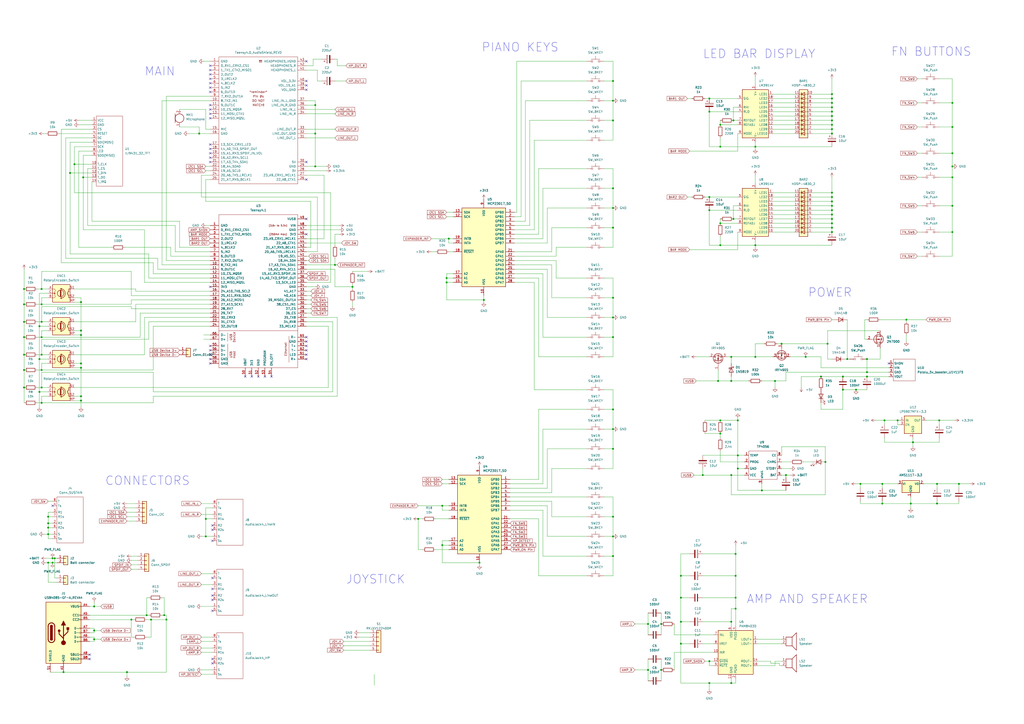
<source format=kicad_sch>
(kicad_sch (version 20211123) (generator eeschema)
  (paper "A2")
  (title_block (title "Teensy Grovebox Design"))
  (junction (at 43.18 95.25))
  (junction (at 552.45 119.38))
  (junction (at 355.6 311.15))
  (junction (at 417.83 85.09))
  (junction (at 424.18 360.68))
  (junction (at 194.31 153.67))
  (junction (at 36.83 389.89))
  (junction (at 46.99 213.36))
  (junction (at 482.6 127))
  (junction (at 480.06 199.39))
  (junction (at 13.97 186.69))
  (junction (at 411.48 57.15))
  (junction (at 438.15 142.24))
  (junction (at 426.72 353.06))
  (junction (at 525.78 185.42))
  (junction (at 482.6 69.85))
  (junction (at 394.97 373.38))
  (junction (at 22.86 227.33))
  (junction (at 449.58 220.98))
  (junction (at 520.7 243.84))
  (junction (at 552.45 134.62))
  (junction (at 256.54 293.37))
  (junction (at 552.45 102.87))
  (junction (at 411.48 383.54))
  (junction (at 488.95 218.44))
  (junction (at 46.99 191.77))
  (junction (at 513.08 243.84))
  (junction (at 355.6 120.65))
  (junction (at 496.57 226.06))
  (junction (at 22.86 208.28))
  (junction (at 482.6 129.54))
  (junction (at 411.48 114.3))
  (junction (at 375.92 361.95))
  (junction (at 24.13 205.74))
  (junction (at 425.45 127))
  (junction (at 411.48 64.77))
  (junction (at 544.83 243.84))
  (junction (at 85.09 356.87))
  (junction (at 543.56 292.1))
  (junction (at 355.6 184.15))
  (junction (at 278.13 326.39))
  (junction (at 27.94 303.53))
  (junction (at 417.83 243.84))
  (junction (at 552.45 96.52))
  (junction (at 476.25 218.44))
  (junction (at 54.61 351.79))
  (junction (at 426.72 346.71))
  (junction (at 417.83 251.46))
  (junction (at 259.08 161.29))
  (junction (at 13.97 167.64))
  (junction (at 40.64 100.33))
  (junction (at 394.97 346.71))
  (junction (at 13.97 205.74))
  (junction (at 427.99 271.78))
  (junction (at 48.26 102.87))
  (junction (at 453.39 199.39))
  (junction (at 73.66 389.89))
  (junction (at 76.2 359.41))
  (junction (at 482.6 111.76))
  (junction (at 46.99 194.31))
  (junction (at 182.88 60.96))
  (junction (at 27.94 306.07))
  (junction (at 491.49 208.28))
  (junction (at 529.59 256.54))
  (junction (at 552.45 59.69))
  (junction (at 242.57 300.99))
  (junction (at 417.83 129.54))
  (junction (at 427.99 264.16))
  (junction (at 24.13 176.53))
  (junction (at 22.86 189.23))
  (junction (at 499.11 280.67))
  (junction (at 30.48 323.85))
  (junction (at 13.97 214.63))
  (junction (at 31.75 323.85))
  (junction (at 119.38 311.15))
  (junction (at 355.6 69.85))
  (junction (at 467.36 207.01))
  (junction (at 355.6 46.99))
  (junction (at 424.18 275.59))
  (junction (at 182.88 96.52))
  (junction (at 407.67 275.59))
  (junction (at 383.54 361.95))
  (junction (at 482.6 74.93))
  (junction (at 455.93 275.59))
  (junction (at 46.99 210.82))
  (junction (at 24.13 233.68))
  (junction (at 13.97 176.53))
  (junction (at 427.99 243.84))
  (junction (at 482.6 62.23))
  (junction (at 256.54 316.23))
  (junction (at 355.6 237.49))
  (junction (at 355.6 172.72))
  (junction (at 482.6 121.92))
  (junction (at 204.47 166.37))
  (junction (at 482.6 116.84))
  (junction (at 511.81 292.1))
  (junction (at 115.57 77.47))
  (junction (at 552.45 88.9))
  (junction (at 355.6 248.92))
  (junction (at 394.97 360.68))
  (junction (at 478.79 267.97))
  (junction (at 426.72 334.01))
  (junction (at 425.45 69.85))
  (junction (at 417.83 72.39))
  (junction (at 46.99 175.26))
  (junction (at 54.61 370.84))
  (junction (at 426.72 321.31))
  (junction (at 355.6 132.08))
  (junction (at 13.97 195.58))
  (junction (at 482.6 114.3))
  (junction (at 375.92 388.62))
  (junction (at 482.6 77.47))
  (junction (at 482.6 57.15))
  (junction (at 54.61 365.76))
  (junction (at 24.13 214.63))
  (junction (at 13.97 224.79))
  (junction (at 502.92 218.44))
  (junction (at 482.6 64.77))
  (junction (at 438.15 207.01))
  (junction (at 355.6 322.58))
  (junction (at 24.13 186.69))
  (junction (at 24.13 195.58))
  (junction (at 482.6 67.31))
  (junction (at 417.83 142.24))
  (junction (at 46.99 229.87))
  (junction (at 280.67 173.99))
  (junction (at 482.6 59.69))
  (junction (at 482.6 119.38))
  (junction (at 355.6 109.22))
  (junction (at 259.08 163.83))
  (junction (at 87.63 359.41))
  (junction (at 482.6 124.46))
  (junction (at 355.6 260.35))
  (junction (at 355.6 195.58))
  (junction (at 394.97 334.01))
  (junction (at 424.18 220.98))
  (junction (at 24.13 167.64))
  (junction (at 355.6 58.42))
  (junction (at 27.94 299.72))
  (junction (at 27.94 309.88))
  (junction (at 383.54 388.62))
  (junction (at 30.48 326.39))
  (junction (at 441.96 284.48))
  (junction (at 416.56 220.98))
  (junction (at 482.6 132.08))
  (junction (at 438.15 85.09))
  (junction (at 482.6 134.62))
  (junction (at 528.32 292.1))
  (junction (at 182.88 77.47))
  (junction (at 95.25 356.87))
  (junction (at 511.81 280.67))
  (junction (at 502.92 208.28))
  (junction (at 482.6 54.61))
  (junction (at 24.13 224.79))
  (junction (at 556.26 280.67))
  (junction (at 355.6 299.72))
  (junction (at 27.94 326.39))
  (junction (at 411.48 396.24))
  (junction (at 424.18 207.01))
  (junction (at 96.52 359.41))
  (junction (at 119.38 300.99))
  (junction (at 411.48 121.92))
  (junction (at 424.18 396.24))
  (junction (at 46.99 232.41))
  (junction (at 488.95 226.06))
  (junction (at 260.35 138.43))
  (junction (at 552.45 73.66))
  (junction (at 543.56 280.67))
  (junction (at 502.92 215.9))
  (junction (at 482.6 72.39))
  (no_connect (at 177.8 35.56))
  (no_connect (at 123.19 335.28))
  (no_connect (at 177.8 135.89))
  (no_connect (at 515.62 210.82))
  (no_connect (at 121.92 208.28))
  (no_connect (at 121.92 210.82))
  (no_connect (at 121.92 205.74))
  (no_connect (at 121.92 166.37))
  (no_connect (at 121.92 43.18))
  (no_connect (at 121.92 40.64))
  (no_connect (at 121.92 38.1))
  (no_connect (at 121.92 63.5))
  (no_connect (at 121.92 60.96))
  (no_connect (at 121.92 68.58))
  (no_connect (at 121.92 66.04))
  (no_connect (at 121.92 53.34))
  (no_connect (at 121.92 50.8))
  (no_connect (at 121.92 48.26))
  (no_connect (at 121.92 45.72))
  (no_connect (at 123.19 341.63))
  (no_connect (at 123.19 345.44))
  (no_connect (at 123.19 347.98))
  (no_connect (at 123.19 354.33))
  (no_connect (at 123.19 313.69))
  (no_connect (at 123.19 307.34))
  (no_connect (at 123.19 304.8))
  (no_connect (at 123.19 384.81))
  (no_connect (at 142.24 218.44))
  (no_connect (at 146.05 218.44))
  (no_connect (at 153.67 218.44))
  (no_connect (at 149.86 218.44))
  (no_connect (at 177.8 203.2))
  (no_connect (at 177.8 205.74))
  (no_connect (at 157.48 218.44))
  (no_connect (at 121.92 203.2))
  (no_connect (at 121.92 200.66))
  (no_connect (at 177.8 200.66))
  (no_connect (at 177.8 208.28))
  (no_connect (at 177.8 195.58))
  (no_connect (at 177.8 198.12))
  (no_connect (at 30.48 293.37))
  (no_connect (at 52.07 379.73))
  (no_connect (at 52.07 382.27))
  (no_connect (at 177.8 52.07))
  (no_connect (at 123.19 382.27))
  (no_connect (at 177.8 127))
  (no_connect (at 177.8 104.14))
  (no_connect (at 177.8 93.98))
  (no_connect (at 121.92 93.98))
  (no_connect (at 177.8 49.53))
  (no_connect (at 177.8 46.99))
  (no_connect (at 121.92 91.44))
  (no_connect (at 121.92 88.9))
  (no_connect (at 121.92 86.36))
  (no_connect (at 121.92 83.82))
  (wire (pts (xy 27.94 303.53) (xy 27.94 306.07)))
  (wire (pts (xy 259.08 163.83) (xy 259.08 173.99)))
  (wire (pts (xy 177.8 166.37) (xy 182.88 166.37)))
  (wire (pts (xy 204.47 166.37) (xy 204.47 167.64)))
  (wire (pts (xy 260.35 146.05) (xy 262.89 146.05)))
  (wire (pts (xy 471.17 77.47) (xy 482.6 77.47)))
  (wire (pts (xy 525.78 194.31) (xy 525.78 198.12)))
  (wire (pts (xy 194.31 135.89) (xy 194.31 142.24)))
  (wire (pts (xy 322.58 161.29) (xy 340.36 161.29)))
  (wire (pts (xy 552.45 96.52) (xy 552.45 88.9)))
  (wire (pts (xy 482.6 67.31) (xy 482.6 64.77)))
  (wire (pts (xy 121.92 104.14) (xy 119.38 104.14)))
  (wire (pts (xy 204.47 165.1) (xy 204.47 166.37)))
  (wire (pts (xy 488.95 226.06) (xy 496.57 226.06)))
  (wire (pts (xy 482.6 69.85) (xy 482.6 67.31)))
  (wire (pts (xy 298.45 146.05) (xy 320.04 146.05)))
  (wire (pts (xy 13.97 224.79) (xy 13.97 233.68)))
  (wire (pts (xy 417.83 267.97) (xy 431.8 267.97)))
  (wire (pts (xy 302.26 125.73) (xy 302.26 46.99)))
  (wire (pts (xy 448.31 67.31) (xy 461.01 67.31)))
  (wire (pts (xy 43.18 167.64) (xy 78.74 167.64)))
  (wire (pts (xy 453.39 259.08) (xy 478.79 259.08)))
  (wire (pts (xy 427.99 264.16) (xy 427.99 271.78)))
  (wire (pts (xy 88.9 227.33) (xy 193.04 227.33)))
  (wire (pts (xy 24.13 195.58) (xy 81.28 195.58)))
  (wire (pts (xy 394.97 334.01) (xy 394.97 346.71)))
  (wire (pts (xy 544.83 73.66) (xy 552.45 73.66)))
  (wire (pts (xy 491.49 208.28) (xy 492.76 208.28)))
  (wire (pts (xy 104.14 63.5) (xy 119.38 63.5)))
  (wire (pts (xy 190.5 189.23) (xy 177.8 189.23)))
  (wire (pts (xy 482.6 72.39) (xy 482.6 69.85)))
  (wire (pts (xy 355.6 58.42) (xy 355.6 46.99)))
  (wire (pts (xy 407.67 321.31) (xy 426.72 321.31)))
  (wire (pts (xy 22.86 170.18) (xy 22.86 189.23)))
  (wire (pts (xy 83.82 184.15) (xy 121.92 184.15)))
  (wire (pts (xy 40.64 147.32) (xy 86.36 147.32)))
  (wire (pts (xy 177.8 156.21) (xy 194.31 156.21)))
  (wire (pts (xy 21.59 205.74) (xy 24.13 205.74)))
  (wire (pts (xy 482.6 57.15) (xy 482.6 54.61)))
  (wire (pts (xy 259.08 161.29) (xy 262.89 161.29)))
  (wire (pts (xy 24.13 233.68) (xy 88.9 233.68)))
  (wire (pts (xy 496.57 280.67) (xy 499.11 280.67)))
  (wire (pts (xy 295.91 278.13) (xy 312.42 278.13)))
  (wire (pts (xy 453.39 267.97) (xy 458.47 267.97)))
  (wire (pts (xy 88.9 214.63) (xy 88.9 189.23)))
  (wire (pts (xy 320.04 146.05) (xy 320.04 132.08)))
  (wire (pts (xy 312.42 278.13) (xy 312.42 237.49)))
  (wire (pts (xy 480.06 191.77) (xy 480.06 199.39)))
  (wire (pts (xy 513.08 254) (xy 513.08 256.54)))
  (wire (pts (xy 552.45 73.66) (xy 552.45 59.69)))
  (wire (pts (xy 426.72 316.23) (xy 426.72 321.31)))
  (wire (pts (xy 438.15 142.24) (xy 482.6 142.24)))
  (wire (pts (xy 544.83 45.72) (xy 552.45 45.72)))
  (wire (pts (xy 194.31 166.37) (xy 204.47 166.37)))
  (wire (pts (xy 118.11 194.31) (xy 121.92 194.31)))
  (wire (pts (xy 298.45 153.67) (xy 320.04 153.67)))
  (wire (pts (xy 38.1 149.86) (xy 91.44 149.86)))
  (wire (pts (xy 407.67 334.01) (xy 426.72 334.01)))
  (wire (pts (xy 416.56 220.98) (xy 424.18 220.98)))
  (wire (pts (xy 40.64 100.33) (xy 40.64 147.32)))
  (wire (pts (xy 482.6 74.93) (xy 482.6 72.39)))
  (wire (pts (xy 48.26 133.35) (xy 83.82 133.35)))
  (wire (pts (xy 298.45 123.19) (xy 299.72 123.19)))
  (wire (pts (xy 476.25 237.49) (xy 476.25 233.68)))
  (wire (pts (xy 177.8 66.04) (xy 194.31 66.04)))
  (wire (pts (xy 407.67 346.71) (xy 426.72 346.71)))
  (wire (pts (xy 58.42 370.84) (xy 54.61 370.84)))
  (wire (pts (xy 455.93 275.59) (xy 458.47 275.59)))
  (wire (pts (xy 78.74 186.69) (xy 78.74 176.53)))
  (wire (pts (xy 21.59 167.64) (xy 24.13 167.64)))
  (wire (pts (xy 355.6 161.29) (xy 355.6 172.72)))
  (wire (pts (xy 193.04 227.33) (xy 193.04 186.69)))
  (wire (pts (xy 417.83 127) (xy 417.83 129.54)))
  (wire (pts (xy 453.39 271.78) (xy 458.47 271.78)))
  (wire (pts (xy 52.07 364.49) (xy 54.61 364.49)))
  (wire (pts (xy 355.6 207.01) (xy 355.6 195.58)))
  (wire (pts (xy 256.54 316.23) (xy 260.35 316.23)))
  (wire (pts (xy 295.91 295.91) (xy 314.96 295.91)))
  (wire (pts (xy 304.8 128.27) (xy 304.8 58.42)))
  (wire (pts (xy 43.18 85.09) (xy 43.18 95.25)))
  (wire (pts (xy 242.57 318.77) (xy 245.11 318.77)))
  (wire (pts (xy 449.58 383.54) (xy 453.39 383.54)))
  (wire (pts (xy 476.25 213.36) (xy 515.62 213.36)))
  (wire (pts (xy 427.99 284.48) (xy 427.99 271.78)))
  (wire (pts (xy 375.92 382.27) (xy 375.92 388.62)))
  (wire (pts (xy 76.2 322.58) (xy 80.01 322.58)))
  (wire (pts (xy 525.78 185.42) (xy 537.21 185.42)))
  (wire (pts (xy 312.42 97.79) (xy 340.36 97.79)))
  (wire (pts (xy 27.94 306.07) (xy 30.48 306.07)))
  (wire (pts (xy 177.8 58.42) (xy 182.88 58.42)))
  (wire (pts (xy 116.84 332.74) (xy 123.19 332.74)))
  (wire (pts (xy 93.98 346.71) (xy 95.25 346.71)))
  (wire (pts (xy 177.8 77.47) (xy 182.88 77.47)))
  (wire (pts (xy 508 243.84) (xy 513.08 243.84)))
  (wire (pts (xy 45.72 72.39) (xy 53.34 72.39)))
  (wire (pts (xy 116.84 378.46) (xy 123.19 378.46)))
  (wire (pts (xy 447.04 383.54) (xy 447.04 384.81)))
  (wire (pts (xy 25.4 309.88) (xy 27.94 309.88)))
  (wire (pts (xy 355.6 132.08) (xy 355.6 120.65)))
  (wire (pts (xy 471.17 114.3) (xy 482.6 114.3)))
  (wire (pts (xy 383.54 382.27) (xy 383.54 388.62)))
  (wire (pts (xy 304.8 58.42) (xy 340.36 58.42)))
  (wire (pts (xy 194.31 46.99) (xy 200.66 46.99)))
  (wire (pts (xy 72.39 143.51) (xy 99.06 143.51)))
  (wire (pts (xy 194.31 153.67) (xy 195.58 153.67)))
  (wire (pts (xy 535.94 280.67) (xy 543.56 280.67)))
  (wire (pts (xy 43.18 224.79) (xy 190.5 224.79)))
  (wire (pts (xy 411.48 396.24) (xy 411.48 400.05)))
  (wire (pts (xy 43.18 213.36) (xy 46.99 213.36)))
  (wire (pts (xy 355.6 334.01) (xy 355.6 322.58)))
  (wire (pts (xy 52.07 367.03) (xy 54.61 367.03)))
  (wire (pts (xy 482.6 119.38) (xy 482.6 116.84)))
  (wire (pts (xy 417.83 129.54) (xy 427.99 129.54)))
  (wire (pts (xy 27.94 205.74) (xy 24.13 205.74)))
  (wire (pts (xy 13.97 167.64) (xy 13.97 176.53)))
  (wire (pts (xy 77.47 359.41) (xy 76.2 359.41)))
  (wire (pts (xy 521.97 246.38) (xy 520.7 246.38)))
  (wire (pts (xy 476.25 218.44) (xy 488.95 218.44)))
  (wire (pts (xy 447.04 384.81) (xy 452.12 384.81)))
  (wire (pts (xy 417.83 137.16) (xy 417.83 142.24)))
  (wire (pts (xy 24.13 215.9) (xy 88.9 215.9)))
  (wire (pts (xy 116.84 292.1) (xy 123.19 292.1)))
  (wire (pts (xy 58.42 365.76) (xy 54.61 365.76)))
  (wire (pts (xy 86.36 161.29) (xy 121.92 161.29)))
  (wire (pts (xy 53.34 80.01) (xy 38.1 80.01)))
  (wire (pts (xy 96.52 359.41) (xy 87.63 359.41)))
  (wire (pts (xy 513.08 243.84) (xy 520.7 243.84)))
  (wire (pts (xy 317.5 140.97) (xy 317.5 120.65)))
  (wire (pts (xy 448.31 54.61) (xy 461.01 54.61)))
  (wire (pts (xy 471.17 129.54) (xy 482.6 129.54)))
  (wire (pts (xy 448.31 64.77) (xy 461.01 64.77)))
  (wire (pts (xy 467.36 207.01) (xy 476.25 207.01)))
  (wire (pts (xy 391.16 378.46) (xy 414.02 378.46)))
  (wire (pts (xy 181.61 38.1) (xy 181.61 34.29)))
  (wire (pts (xy 391.16 378.46) (xy 391.16 388.62)))
  (wire (pts (xy 448.31 111.76) (xy 461.01 111.76)))
  (wire (pts (xy 295.91 285.75) (xy 320.04 285.75)))
  (wire (pts (xy 177.8 60.96) (xy 182.88 60.96)))
  (wire (pts (xy 355.6 97.79) (xy 355.6 109.22)))
  (wire (pts (xy 464.82 218.44) (xy 476.25 218.44)))
  (wire (pts (xy 280.67 171.45) (xy 280.67 173.99)))
  (wire (pts (xy 199.39 372.11) (xy 214.63 372.11)))
  (wire (pts (xy 118.11 196.85) (xy 121.92 196.85)))
  (wire (pts (xy 38.1 80.01) (xy 38.1 149.86)))
  (wire (pts (xy 299.72 123.19) (xy 299.72 35.56)))
  (wire (pts (xy 298.45 163.83) (xy 309.88 163.83)))
  (wire (pts (xy 177.8 96.52) (xy 182.88 96.52)))
  (wire (pts (xy 259.08 163.83) (xy 262.89 163.83)))
  (wire (pts (xy 383.54 355.6) (xy 383.54 361.95)))
  (wire (pts (xy 543.56 280.67) (xy 543.56 283.21)))
  (wire (pts (xy 511.81 292.1) (xy 511.81 290.83)))
  (wire (pts (xy 426.72 393.7) (xy 426.72 396.24)))
  (wire (pts (xy 27.94 229.87) (xy 24.13 229.87)))
  (wire (pts (xy 448.31 74.93) (xy 461.01 74.93)))
  (wire (pts (xy 182.88 96.52) (xy 189.23 96.52)))
  (wire (pts (xy 73.66 389.89) (xy 96.52 389.89)))
  (wire (pts (xy 499.11 280.67) (xy 511.81 280.67)))
  (wire (pts (xy 411.48 396.24) (xy 394.97 396.24)))
  (wire (pts (xy 424.18 396.24) (xy 411.48 396.24)))
  (wire (pts (xy 478.79 259.08) (xy 478.79 267.97)))
  (wire (pts (xy 116.84 388.62) (xy 123.19 388.62)))
  (wire (pts (xy 73.66 294.64) (xy 78.74 294.64)))
  (wire (pts (xy 537.21 243.84) (xy 544.83 243.84)))
  (wire (pts (xy 24.13 214.63) (xy 88.9 214.63)))
  (wire (pts (xy 350.52 161.29) (xy 355.6 161.29)))
  (wire (pts (xy 204.47 175.26) (xy 204.47 177.8)))
  (wire (pts (xy 403.86 207.01) (xy 411.48 207.01)))
  (wire (pts (xy 40.64 100.33) (xy 53.34 100.33)))
  (wire (pts (xy 177.8 179.07) (xy 180.34 179.07)))
  (wire (pts (xy 394.97 321.31) (xy 394.97 334.01)))
  (wire (pts (xy 355.6 322.58) (xy 355.6 311.15)))
  (wire (pts (xy 76.2 177.8) (xy 76.2 179.07)))
  (wire (pts (xy 317.5 260.35) (xy 340.36 260.35)))
  (wire (pts (xy 511.81 292.1) (xy 528.32 292.1)))
  (wire (pts (xy 24.13 191.77) (xy 24.13 195.58)))
  (wire (pts (xy 355.6 237.49) (xy 350.52 237.49)))
  (wire (pts (xy 298.45 156.21) (xy 317.5 156.21)))
  (wire (pts (xy 482.6 77.47) (xy 482.6 74.93)))
  (wire (pts (xy 407.67 275.59) (xy 424.18 275.59)))
  (wire (pts (xy 411.48 85.09) (xy 417.83 85.09)))
  (wire (pts (xy 471.17 64.77) (xy 482.6 64.77)))
  (wire (pts (xy 317.5 311.15) (xy 340.36 311.15)))
  (wire (pts (xy 252.73 300.99) (xy 260.35 300.99)))
  (wire (pts (xy 355.6 143.51) (xy 355.6 132.08)))
  (wire (pts (xy 295.91 290.83) (xy 320.04 290.83)))
  (wire (pts (xy 260.35 140.97) (xy 262.89 140.97)))
  (wire (pts (xy 177.8 173.99) (xy 180.34 173.99)))
  (wire (pts (xy 471.17 121.92) (xy 482.6 121.92)))
  (wire (pts (xy 478.79 287.02) (xy 424.18 287.02)))
  (wire (pts (xy 426.72 346.71) (xy 426.72 353.06)))
  (wire (pts (xy 448.31 114.3) (xy 461.01 114.3)))
  (wire (pts (xy 314.96 322.58) (xy 340.36 322.58)))
  (wire (pts (xy 458.47 207.01) (xy 467.36 207.01)))
  (wire (pts (xy 417.83 251.46) (xy 417.83 254)))
  (wire (pts (xy 513.08 256.54) (xy 529.59 256.54)))
  (wire (pts (xy 177.8 153.67) (xy 194.31 153.67)))
  (wire (pts (xy 424.18 207.01) (xy 438.15 207.01)))
  (wire (pts (xy 13.97 205.74) (xy 13.97 214.63)))
  (wire (pts (xy 177.8 74.93) (xy 194.31 74.93)))
  (wire (pts (xy 448.31 124.46) (xy 461.01 124.46)))
  (wire (pts (xy 194.31 156.21) (xy 194.31 166.37)))
  (wire (pts (xy 448.31 77.47) (xy 461.01 77.47)))
  (wire (pts (xy 54.61 351.79) (xy 52.07 351.79)))
  (wire (pts (xy 46.99 191.77) (xy 46.99 194.31)))
  (wire (pts (xy 544.83 254) (xy 544.83 256.54)))
  (wire (pts (xy 314.96 138.43) (xy 314.96 109.22)))
  (wire (pts (xy 375.92 361.95) (xy 375.92 355.6)))
  (wire (pts (xy 350.52 311.15) (xy 355.6 311.15)))
  (wire (pts (xy 262.89 158.75) (xy 259.08 158.75)))
  (wire (pts (xy 116.84 369.57) (xy 123.19 369.57)))
  (wire (pts (xy 391.16 368.3) (xy 414.02 368.3)))
  (wire (pts (xy 73.66 392.43) (xy 73.66 389.89)))
  (wire (pts (xy 350.52 260.35) (xy 355.6 260.35)))
  (wire (pts (xy 417.83 142.24) (xy 438.15 142.24)))
  (wire (pts (xy 48.26 90.17) (xy 48.26 102.87)))
  (wire (pts (xy 184.15 40.64) (xy 184.15 46.99)))
  (wire (pts (xy 76.2 157.48) (xy 76.2 171.45)))
  (wire (pts (xy 448.31 62.23) (xy 461.01 62.23)))
  (wire (pts (xy 511.81 283.21) (xy 511.81 280.67)))
  (wire (pts (xy 426.72 353.06) (xy 426.72 363.22)))
  (wire (pts (xy 73.66 297.18) (xy 78.74 297.18)))
  (wire (pts (xy 482.6 59.69) (xy 482.6 57.15)))
  (wire (pts (xy 438.15 82.55) (xy 438.15 85.09)))
  (wire (pts (xy 104.14 73.66) (xy 115.57 73.66)))
  (wire (pts (xy 482.6 102.87) (xy 482.6 111.76)))
  (wire (pts (xy 298.45 140.97) (xy 317.5 140.97)))
  (wire (pts (xy 544.83 148.59) (xy 552.45 148.59)))
  (wire (pts (xy 402.59 275.59) (xy 407.67 275.59)))
  (wire (pts (xy 427.99 284.48) (xy 441.96 284.48)))
  (wire (pts (xy 400.05 87.63) (xy 427.99 87.63)))
  (wire (pts (xy 118.11 35.56) (xy 121.92 35.56)))
  (wire (pts (xy 27.94 172.72) (xy 24.13 172.72)))
  (wire (pts (xy 27.94 312.42) (xy 27.94 309.88)))
  (wire (pts (xy 482.6 208.28) (xy 480.06 208.28)))
  (wire (pts (xy 86.36 196.85) (xy 86.36 186.69)))
  (wire (pts (xy 88.9 189.23) (xy 121.92 189.23)))
  (wire (pts (xy 190.5 224.79) (xy 190.5 189.23)))
  (wire (pts (xy 43.18 186.69) (xy 78.74 186.69)))
  (wire (pts (xy 439.42 373.38) (xy 453.39 373.38)))
  (wire (pts (xy 181.61 34.29) (xy 186.69 34.29)))
  (wire (pts (xy 184.15 114.3) (xy 184.15 146.05)))
  (wire (pts (xy 482.6 54.61) (xy 471.17 54.61)))
  (wire (pts (xy 408.94 57.15) (xy 411.48 57.15)))
  (wire (pts (xy 421.64 207.01) (xy 424.18 207.01)))
  (wire (pts (xy 54.61 364.49) (xy 54.61 365.76)))
  (wire (pts (xy 93.98 356.87) (xy 95.25 356.87)))
  (wire (pts (xy 119.38 96.52) (xy 121.92 96.52)))
  (wire (pts (xy 259.08 123.19) (xy 262.89 123.19)))
  (wire (pts (xy 93.98 58.42) (xy 121.92 58.42)))
  (wire (pts (xy 96.52 359.41) (xy 96.52 389.89)))
  (wire (pts (xy 317.5 293.37) (xy 317.5 311.15)))
  (wire (pts (xy 499.11 290.83) (xy 499.11 292.1)))
  (wire (pts (xy 427.99 271.78) (xy 431.8 271.78)))
  (wire (pts (xy 298.45 138.43) (xy 314.96 138.43)))
  (wire (pts (xy 450.85 199.39) (xy 453.39 199.39)))
  (wire (pts (xy 307.34 130.81) (xy 307.34 69.85)))
  (wire (pts (xy 95.25 346.71) (xy 95.25 356.87)))
  (wire (pts (xy 78.74 167.64) (xy 78.74 168.91)))
  (wire (pts (xy 532.13 119.38) (xy 534.67 119.38)))
  (wire (pts (xy 427.99 243.84) (xy 427.99 264.16)))
  (wire (pts (xy 119.38 294.64) (xy 119.38 300.99)))
  (wire (pts (xy 482.6 64.77) (xy 482.6 62.23)))
  (wire (pts (xy 355.6 120.65) (xy 355.6 109.22)))
  (wire (pts (xy 208.28 369.57) (xy 214.63 369.57)))
  (wire (pts (xy 187.96 101.6) (xy 177.8 101.6)))
  (wire (pts (xy 54.61 367.03) (xy 54.61 365.76)))
  (wire (pts (xy 424.18 275.59) (xy 431.8 275.59)))
  (wire (pts (xy 104.14 128.27) (xy 104.14 143.51)))
  (wire (pts (xy 177.8 130.81) (xy 196.85 130.81)))
  (wire (pts (xy 439.42 383.54) (xy 447.04 383.54)))
  (wire (pts (xy 350.52 132.08) (xy 355.6 132.08)))
  (wire (pts (xy 471.17 132.08) (xy 482.6 132.08)))
  (wire (pts (xy 250.19 138.43) (xy 260.35 138.43)))
  (wire (pts (xy 81.28 181.61) (xy 121.92 181.61)))
  (wire (pts (xy 21.59 224.79) (xy 24.13 224.79)))
  (wire (pts (xy 407.67 271.78) (xy 407.67 275.59)))
  (wire (pts (xy 256.54 295.91) (xy 256.54 293.37)))
  (wire (pts (xy 438.15 139.7) (xy 438.15 142.24)))
  (wire (pts (xy 27.94 303.53) (xy 30.48 303.53)))
  (wire (pts (xy 350.52 97.79) (xy 355.6 97.79)))
  (wire (pts (xy 53.34 87.63) (xy 45.72 87.63)))
  (wire (pts (xy 528.32 288.29) (xy 528.32 292.1)))
  (wire (pts (xy 556.26 292.1) (xy 543.56 292.1)))
  (wire (pts (xy 314.96 158.75) (xy 314.96 195.58)))
  (wire (pts (xy 116.84 339.09) (xy 123.19 339.09)))
  (wire (pts (xy 29.21 389.89) (xy 36.83 389.89)))
  (wire (pts (xy 544.83 243.84) (xy 544.83 246.38)))
  (wire (pts (xy 482.6 45.72) (xy 482.6 54.61)))
  (wire (pts (xy 482.6 85.09) (xy 438.15 85.09)))
  (wire (pts (xy 400.05 144.78) (xy 427.99 144.78)))
  (wire (pts (xy 307.34 69.85) (xy 340.36 69.85)))
  (wire (pts (xy 350.52 226.06) (xy 355.6 226.06)))
  (wire (pts (xy 502.92 196.85) (xy 501.65 196.85)))
  (wire (pts (xy 43.18 232.41) (xy 46.99 232.41)))
  (wire (pts (xy 93.98 153.67) (xy 121.92 153.67)))
  (wire (pts (xy 177.8 133.35) (xy 196.85 133.35)))
  (wire (pts (xy 350.52 120.65) (xy 355.6 120.65)))
  (wire (pts (xy 256.54 313.69) (xy 256.54 316.23)))
  (wire (pts (xy 180.34 143.51) (xy 177.8 143.51)))
  (wire (pts (xy 45.72 143.51) (xy 64.77 143.51)))
  (wire (pts (xy 317.5 156.21) (xy 317.5 184.15)))
  (wire (pts (xy 438.15 207.01) (xy 448.31 207.01)))
  (wire (pts (xy 350.52 288.29) (xy 355.6 288.29)))
  (wire (pts (xy 46.99 172.72) (xy 46.99 175.26)))
  (wire (pts (xy 52.07 372.11) (xy 54.61 372.11)))
  (wire (pts (xy 532.13 134.62) (xy 534.67 134.62)))
  (wire (pts (xy 54.61 369.57) (xy 54.61 370.84)))
  (wire (pts (xy 488.95 226.06) (xy 488.95 237.49)))
  (wire (pts (xy 502.92 218.44) (xy 515.62 218.44)))
  (wire (pts (xy 448.31 69.85) (xy 461.01 69.85)))
  (wire (pts (xy 398.78 114.3) (xy 401.32 114.3)))
  (wire (pts (xy 24.13 224.79) (xy 24.13 215.9)))
  (wire (pts (xy 96.52 151.13) (xy 121.92 151.13)))
  (wire (pts (xy 298.45 125.73) (xy 302.26 125.73)))
  (wire (pts (xy 499.11 292.1) (xy 511.81 292.1)))
  (wire (pts (xy 204.47 157.48) (xy 213.36 157.48)))
  (wire (pts (xy 482.6 132.08) (xy 482.6 129.54)))
  (wire (pts (xy 368.3 361.95) (xy 375.92 361.95)))
  (wire (pts (xy 322.58 151.13) (xy 322.58 161.29)))
  (wire (pts (xy 411.48 114.3) (xy 427.99 114.3)))
  (wire (pts (xy 453.39 275.59) (xy 455.93 275.59)))
  (wire (pts (xy 471.17 74.93) (xy 482.6 74.93)))
  (wire (pts (xy 455.93 275.59) (xy 455.93 276.86)))
  (wire (pts (xy 13.97 214.63) (xy 13.97 224.79)))
  (wire (pts (xy 528.32 292.1) (xy 543.56 292.1)))
  (wire (pts (xy 491.49 185.42) (xy 491.49 208.28)))
  (wire (pts (xy 438.15 199.39) (xy 438.15 207.01)))
  (wire (pts (xy 556.26 290.83) (xy 556.26 292.1)))
  (wire (pts (xy 317.5 283.21) (xy 317.5 260.35)))
  (wire (pts (xy 411.48 121.92) (xy 411.48 142.24)))
  (wire (pts (xy 208.28 367.03) (xy 214.63 367.03)))
  (wire (pts (xy 27.94 186.69) (xy 24.13 186.69)))
  (wire (pts (xy 252.73 318.77) (xy 260.35 318.77)))
  (wire (pts (xy 27.94 297.18) (xy 27.94 299.72)))
  (wire (pts (xy 411.48 383.54) (xy 414.02 383.54)))
  (wire (pts (xy 50.8 130.81) (xy 101.6 130.81)))
  (wire (pts (xy 256.54 280.67) (xy 260.35 280.67)))
  (wire (pts (xy 400.05 321.31) (xy 394.97 321.31)))
  (wire (pts (xy 259.08 158.75) (xy 259.08 161.29)))
  (wire (pts (xy 24.13 157.48) (xy 76.2 157.48)))
  (wire (pts (xy 76.2 327.66) (xy 80.01 327.66)))
  (wire (pts (xy 320.04 285.75) (xy 320.04 271.78)))
  (wire (pts (xy 471.17 116.84) (xy 482.6 116.84)))
  (wire (pts (xy 320.04 290.83) (xy 320.04 299.72)))
  (wire (pts (xy 309.88 81.28) (xy 340.36 81.28)))
  (wire (pts (xy 408.94 243.84) (xy 417.83 243.84)))
  (wire (pts (xy 295.91 293.37) (xy 317.5 293.37)))
  (wire (pts (xy 407.67 373.38) (xy 414.02 373.38)))
  (wire (pts (xy 394.97 373.38) (xy 400.05 373.38)))
  (wire (pts (xy 119.38 300.99) (xy 119.38 311.15)))
  (wire (pts (xy 109.22 77.47) (xy 115.57 77.47)))
  (wire (pts (xy 78.74 168.91) (xy 121.92 168.91)))
  (wire (pts (xy 182.88 60.96) (xy 182.88 77.47)))
  (wire (pts (xy 24.13 205.74) (xy 24.13 196.85)))
  (wire (pts (xy 355.6 271.78) (xy 355.6 260.35)))
  (wire (pts (xy 355.6 81.28) (xy 355.6 69.85)))
  (wire (pts (xy 116.84 351.79) (xy 123.19 351.79)))
  (wire (pts (xy 119.38 311.15) (xy 123.19 311.15)))
  (wire (pts (xy 76.2 176.53) (xy 76.2 173.99)))
  (wire (pts (xy 187.96 138.43) (xy 177.8 138.43)))
  (wire (pts (xy 529.59 254) (xy 529.59 256.54)))
  (wire (pts (xy 314.96 109.22) (xy 340.36 109.22)))
  (wire (pts (xy 48.26 102.87) (xy 48.26 133.35)))
  (wire (pts (xy 452.12 384.81) (xy 452.12 386.08)))
  (wire (pts (xy 30.48 323.85) (xy 31.75 323.85)))
  (wire (pts (xy 99.06 143.51) (xy 99.06 148.59)))
  (wire (pts (xy 34.29 77.47) (xy 53.34 77.47)))
  (wire (pts (xy 350.52 35.56) (xy 355.6 35.56)))
  (wire (pts (xy 101.6 130.81) (xy 101.6 146.05)))
  (wire (pts (xy 532.13 45.72) (xy 534.67 45.72)))
  (wire (pts (xy 76.2 359.41) (xy 52.07 359.41)))
  (wire (pts (xy 510.54 185.42) (xy 525.78 185.42)))
  (wire (pts (xy 184.15 46.99) (xy 186.69 46.99)))
  (wire (pts (xy 544.83 134.62) (xy 552.45 134.62)))
  (wire (pts (xy 54.61 349.25) (xy 54.61 351.79)))
  (wire (pts (xy 295.91 280.67) (xy 314.96 280.67)))
  (wire (pts (xy 182.88 77.47) (xy 182.88 96.52)))
  (wire (pts (xy 490.22 208.28) (xy 491.49 208.28)))
  (wire (pts (xy 425.45 62.23) (xy 425.45 69.85)))
  (wire (pts (xy 520.7 246.38) (xy 520.7 243.84)))
  (wire (pts (xy 86.36 346.71) (xy 85.09 346.71)))
  (wire (pts (xy 425.45 127) (xy 427.99 127)))
  (wire (pts (xy 302.26 46.99) (xy 340.36 46.99)))
  (wire (pts (xy 217.17 391.16) (xy 217.17 397.51)))
  (wire (pts (xy 13.97 176.53) (xy 13.97 186.69)))
  (wire (pts (xy 88.9 152.4) (xy 88.9 158.75)))
  (wire (pts (xy 403.86 220.98) (xy 416.56 220.98)))
  (wire (pts (xy 394.97 346.71) (xy 400.05 346.71)))
  (wire (pts (xy 86.36 356.87) (xy 85.09 356.87)))
  (wire (pts (xy 256.54 326.39) (xy 278.13 326.39)))
  (wire (pts (xy 355.6 195.58) (xy 355.6 184.15)))
  (wire (pts (xy 86.36 186.69) (xy 121.92 186.69)))
  (wire (pts (xy 543.56 292.1) (xy 543.56 290.83)))
  (wire (pts (xy 242.57 300.99) (xy 242.57 318.77)))
  (wire (pts (xy 552.45 45.72) (xy 552.45 59.69)))
  (wire (pts (xy 119.38 116.84) (xy 180.34 116.84)))
  (wire (pts (xy 417.83 72.39) (xy 427.99 72.39)))
  (wire (pts (xy 27.94 299.72) (xy 27.94 303.53)))
  (wire (pts (xy 438.15 44.45) (xy 438.15 49.53)))
  (wire (pts (xy 91.44 156.21) (xy 121.92 156.21)))
  (wire (pts (xy 496.57 226.06) (xy 502.92 226.06)))
  (wire (pts (xy 27.94 326.39) (xy 30.48 326.39)))
  (wire (pts (xy 544.83 119.38) (xy 552.45 119.38)))
  (wire (pts (xy 355.6 311.15) (xy 355.6 299.72)))
  (wire (pts (xy 520.7 243.84) (xy 521.97 243.84)))
  (wire (pts (xy 177.8 171.45) (xy 180.34 171.45)))
  (wire (pts (xy 391.16 361.95) (xy 391.16 368.3)))
  (wire (pts (xy 449.58 386.08) (xy 449.58 383.54)))
  (wire (pts (xy 76.2 173.99) (xy 121.92 173.99)))
  (wire (pts (xy 529.59 256.54) (xy 529.59 259.08)))
  (wire (pts (xy 556.26 280.67) (xy 556.26 283.21)))
  (wire (pts (xy 312.42 334.01) (xy 340.36 334.01)))
  (wire (pts (xy 309.88 226.06) (xy 340.36 226.06)))
  (wire (pts (xy 312.42 300.99) (xy 312.42 334.01)))
  (wire (pts (xy 438.15 101.6) (xy 438.15 106.68)))
  (wire (pts (xy 87.63 369.57) (xy 85.09 369.57)))
  (wire (pts (xy 83.82 205.74) (xy 83.82 184.15)))
  (wire (pts (xy 448.31 121.92) (xy 461.01 121.92)))
  (wire (pts (xy 426.72 334.01) (xy 426.72 346.71)))
  (wire (pts (xy 33.02 337.82) (xy 27.94 337.82)))
  (wire (pts (xy 424.18 353.06) (xy 426.72 353.06)))
  (wire (pts (xy 471.17 72.39) (xy 482.6 72.39)))
  (wire (pts (xy 414.02 386.08) (xy 411.48 386.08)))
  (wire (pts (xy 544.83 88.9) (xy 552.45 88.9)))
  (wire (pts (xy 54.61 372.11) (xy 54.61 370.84)))
  (wire (pts (xy 119.38 104.14) (xy 119.38 116.84)))
  (wire (pts (xy 448.31 57.15) (xy 461.01 57.15)))
  (wire (pts (xy 177.8 63.5) (xy 194.31 63.5)))
  (wire (pts (xy 73.66 292.1) (xy 78.74 292.1)))
  (wire (pts (xy 355.6 69.85) (xy 355.6 58.42)))
  (wire (pts (xy 482.6 129.54) (xy 482.6 127)))
  (wire (pts (xy 532.13 73.66) (xy 534.67 73.66)))
  (wire (pts (xy 53.34 97.79) (xy 50.8 97.79)))
  (wire (pts (xy 43.18 194.31) (xy 46.99 194.31)))
  (wire (pts (xy 27.94 210.82) (xy 24.13 210.82)))
  (wire (pts (xy 350.52 195.58) (xy 355.6 195.58)))
  (wire (pts (xy 87.63 359.41) (xy 85.09 359.41)))
  (wire (pts (xy 43.18 205.74) (xy 83.82 205.74)))
  (wire (pts (xy 532.13 59.69) (xy 534.67 59.69)))
  (wire (pts (xy 408.94 383.54) (xy 411.48 383.54)))
  (wire (pts (xy 21.59 233.68) (xy 24.13 233.68)))
  (wire (pts (xy 73.66 299.72) (xy 78.74 299.72)))
  (wire (pts (xy 499.11 280.67) (xy 499.11 283.21)))
  (wire (pts (xy 21.59 176.53) (xy 24.13 176.53)))
  (wire (pts (xy 424.18 218.44) (xy 424.18 220.98)))
  (wire (pts (xy 177.8 40.64) (xy 184.15 40.64)))
  (wire (pts (xy 350.52 271.78) (xy 355.6 271.78)))
  (wire (pts (xy 416.56 220.98) (xy 416.56 214.63)))
  (wire (pts (xy 322.58 143.51) (xy 340.36 143.51)))
  (wire (pts (xy 193.04 186.69) (xy 177.8 186.69)))
  (wire (pts (xy 24.13 196.85) (xy 86.36 196.85)))
  (wire (pts (xy 411.48 57.15) (xy 427.99 57.15)))
  (wire (pts (xy 46.99 191.77) (xy 43.18 191.77)))
  (wire (pts (xy 466.09 267.97) (xy 471.17 267.97)))
  (wire (pts (xy 260.35 313.69) (xy 256.54 313.69)))
  (wire (pts (xy 177.8 80.01) (xy 194.31 80.01)))
  (wire (pts (xy 24.13 229.87) (xy 24.13 233.68)))
  (wire (pts (xy 350.52 184.15) (xy 355.6 184.15)))
  (wire (pts (xy 368.3 388.62) (xy 375.92 388.62)))
  (wire (pts (xy 441.96 220.98) (xy 449.58 220.98)))
  (wire (pts (xy 350.52 207.01) (xy 355.6 207.01)))
  (wire (pts (xy 438.15 199.39) (xy 443.23 199.39)))
  (wire (pts (xy 43.18 111.76) (xy 191.77 111.76)))
  (wire (pts (xy 298.45 161.29) (xy 312.42 161.29)))
  (wire (pts (xy 177.8 38.1) (xy 181.61 38.1)))
  (wire (pts (xy 501.65 196.85) (xy 501.65 185.42)))
  (wire (pts (xy 27.94 208.28) (xy 22.86 208.28)))
  (wire (pts (xy 383.54 388.62) (xy 383.54 394.97)))
  (wire (pts (xy 298.45 128.27) (xy 304.8 128.27)))
  (wire (pts (xy 453.39 259.08) (xy 453.39 264.16)))
  (wire (pts (xy 83.82 133.35) (xy 83.82 163.83)))
  (wire (pts (xy 510.54 191.77) (xy 480.06 191.77)))
  (wire (pts (xy 177.8 168.91) (xy 180.34 168.91)))
  (wire (pts (xy 96.52 55.88) (xy 121.92 55.88)))
  (wire (pts (xy 24.13 157.48) (xy 24.13 167.64)))
  (wire (pts (xy 552.45 148.59) (xy 552.45 134.62)))
  (wire (pts (xy 312.42 135.89) (xy 312.42 97.79)))
  (wire (pts (xy 312.42 161.29) (xy 312.42 207.01)))
  (wire (pts (xy 24.13 176.53) (xy 76.2 176.53)))
  (wire (pts (xy 280.67 175.26) (xy 280.67 173.99)))
  (wire (pts (xy 424.18 220.98) (xy 434.34 220.98)))
  (wire (pts (xy 375.92 361.95) (xy 375.92 368.3)))
  (wire (pts (xy 259.08 173.99) (xy 280.67 173.99)))
  (wire (pts (xy 26.67 326.39) (xy 27.94 326.39)))
  (wire (pts (xy 441.96 284.48) (xy 455.93 284.48)))
  (wire (pts (xy 104.14 143.51) (xy 121.92 143.51)))
  (wire (pts (xy 532.13 88.9) (xy 534.67 88.9)))
  (wire (pts (xy 448.31 134.62) (xy 461.01 134.62)))
  (wire (pts (xy 195.58 184.15) (xy 177.8 184.15)))
  (wire (pts (xy 394.97 334.01) (xy 400.05 334.01)))
  (wire (pts (xy 464.82 218.44) (xy 464.82 224.79)))
  (wire (pts (xy 439.42 386.08) (xy 449.58 386.08)))
  (wire (pts (xy 407.67 264.16) (xy 427.99 264.16)))
  (wire (pts (xy 260.35 138.43) (xy 262.89 138.43)))
  (wire (pts (xy 21.59 214.63) (xy 24.13 214.63)))
  (wire (pts (xy 27.94 309.88) (xy 30.48 309.88)))
  (wire (pts (xy 93.98 58.42) (xy 93.98 153.67)))
  (wire (pts (xy 525.78 185.42) (xy 525.78 186.69)))
  (wire (pts (xy 532.13 102.87) (xy 534.67 102.87)))
  (wire (pts (xy 45.72 69.85) (xy 53.34 69.85)))
  (wire (pts (xy 482.6 114.3) (xy 482.6 111.76)))
  (wire (pts (xy 116.84 372.11) (xy 123.19 372.11)))
  (wire (pts (xy 449.58 220.98) (xy 455.93 220.98)))
  (wire (pts (xy 33.02 335.28) (xy 31.75 335.28)))
  (wire (pts (xy 46.99 210.82) (xy 46.99 213.36)))
  (wire (pts (xy 76.2 179.07) (xy 121.92 179.07)))
  (wire (pts (xy 184.15 146.05) (xy 177.8 146.05)))
  (wire (pts (xy 27.94 299.72) (xy 30.48 299.72)))
  (wire (pts (xy 115.57 77.47) (xy 121.92 77.47)))
  (wire (pts (xy 46.99 175.26) (xy 46.99 191.77)))
  (wire (pts (xy 350.52 248.92) (xy 355.6 248.92)))
  (wire (pts (xy 182.88 58.42) (xy 182.88 60.96)))
  (wire (pts (xy 298.45 133.35) (xy 309.88 133.35)))
  (wire (pts (xy 76.2 325.12) (xy 80.01 325.12)))
  (wire (pts (xy 355.6 226.06) (xy 355.6 237.49)))
  (wire (pts (xy 314.96 295.91) (xy 314.96 322.58)))
  (wire (pts (xy 355.6 109.22) (xy 350.52 109.22)))
  (wire (pts (xy 375.92 388.62) (xy 375.92 394.97)))
  (wire (pts (xy 398.78 57.15) (xy 401.32 57.15)))
  (wire (pts (xy 448.31 119.38) (xy 461.01 119.38)))
  (wire (pts (xy 256.54 316.23) (xy 256.54 326.39)))
  (wire (pts (xy 471.17 124.46) (xy 482.6 124.46)))
  (wire (pts (xy 116.84 298.45) (xy 123.19 298.45)))
  (wire (pts (xy 260.35 295.91) (xy 256.54 295.91)))
  (wire (pts (xy 177.8 151.13) (xy 179.07 151.13)))
  (wire (pts (xy 31.75 323.85) (xy 33.02 323.85)))
  (wire (pts (xy 85.09 346.71) (xy 85.09 356.87)))
  (wire (pts (xy 46.99 194.31) (xy 46.99 210.82)))
  (wire (pts (xy 448.31 127) (xy 461.01 127)))
  (wire (pts (xy 298.45 130.81) (xy 307.34 130.81)))
  (wire (pts (xy 53.34 128.27) (xy 104.14 128.27)))
  (wire (pts (xy 177.8 148.59) (xy 179.07 148.59)))
  (wire (pts (xy 53.34 90.17) (xy 48.26 90.17)))
  (wire (pts (xy 116.84 375.92) (xy 123.19 375.92)))
  (wire (pts (xy 256.54 293.37) (xy 260.35 293.37)))
  (wire (pts (xy 50.8 97.79) (xy 50.8 130.81)))
  (wire (pts (xy 350.52 322.58) (xy 355.6 322.58)))
  (wire (pts (xy 511.81 280.67) (xy 520.7 280.67)))
  (wire (pts (xy 322.58 148.59) (xy 322.58 143.51)))
  (wire (pts (xy 544.83 102.87) (xy 552.45 102.87)))
  (wire (pts (xy 427.99 62.23) (xy 425.45 62.23)))
  (wire (pts (xy 407.67 360.68) (xy 424.18 360.68)))
  (wire (pts (xy 54.61 351.79) (xy 58.42 351.79)))
  (wire (pts (xy 309.88 163.83) (xy 309.88 226.06)))
  (wire (pts (xy 35.56 152.4) (xy 88.9 152.4)))
  (wire (pts (xy 27.94 224.79) (xy 24.13 224.79)))
  (wire (pts (xy 448.31 59.69) (xy 461.01 59.69)))
  (wire (pts (xy 482.6 111.76) (xy 471.17 111.76)))
  (wire (pts (xy 417.83 69.85) (xy 417.83 72.39)))
  (wire (pts (xy 314.96 195.58) (xy 340.36 195.58)))
  (wire (pts (xy 312.42 207.01) (xy 340.36 207.01)))
  (wire (pts (xy 27.94 290.83) (xy 30.48 290.83)))
  (wire (pts (xy 53.34 82.55) (xy 40.64 82.55)))
  (wire (pts (xy 116.84 114.3) (xy 184.15 114.3)))
  (wire (pts (xy 314.96 280.67) (xy 314.96 248.92)))
  (wire (pts (xy 187.96 101.6) (xy 187.96 138.43)))
  (wire (pts (xy 471.17 62.23) (xy 482.6 62.23)))
  (wire (pts (xy 259.08 161.29) (xy 259.08 163.83)))
  (wire (pts (xy 95.25 356.87) (xy 96.52 356.87)))
  (wire (pts (xy 27.94 170.18) (xy 22.86 170.18)))
  (wire (pts (xy 350.52 81.28) (xy 355.6 81.28)))
  (wire (pts (xy 425.45 69.85) (xy 427.99 69.85)))
  (wire (pts (xy 471.17 134.62) (xy 482.6 134.62)))
  (wire (pts (xy 320.04 271.78) (xy 340.36 271.78)))
  (wire (pts (xy 427.99 242.57) (xy 427.99 243.84)))
  (wire (pts (xy 355.6 288.29) (xy 355.6 299.72)))
  (wire (pts (xy 383.54 361.95) (xy 383.54 368.3)))
  (wire (pts (xy 417.83 85.09) (xy 438.15 85.09)))
  (wire (pts (xy 88.9 233.68) (xy 88.9 229.87)))
  (wire (pts (xy 532.13 148.59) (xy 534.67 148.59)))
  (wire (pts (xy 21.59 195.58) (xy 24.13 195.58)))
  (wire (pts (xy 36.83 389.89) (xy 73.66 389.89)))
  (wire (pts (xy 76.2 359.41) (xy 76.2 369.57)))
  (wire (pts (xy 355.6 35.56) (xy 355.6 46.99)))
  (wire (pts (xy 25.4 77.47) (xy 26.67 77.47)))
  (wire (pts (xy 242.57 293.37) (xy 256.54 293.37)))
  (wire (pts (xy 43.18 175.26) (xy 46.99 175.26)))
  (wire (pts (xy 43.18 229.87) (xy 46.99 229.87)))
  (wire (pts (xy 99.06 148.59) (xy 121.92 148.59)))
  (wire (pts (xy 45.72 87.63) (xy 45.72 143.51)))
  (wire (pts (xy 482.6 134.62) (xy 482.6 132.08)))
  (wire (pts (xy 452.12 386.08) (xy 453.39 386.08)))
  (wire (pts (xy 24.13 172.72) (xy 24.13 176.53)))
  (wire (pts (xy 552.45 119.38) (xy 552.45 134.62)))
  (wire (pts (xy 355.6 260.35) (xy 355.6 248.92)))
  (wire (pts (xy 52.07 369.57) (xy 54.61 369.57)))
  (wire (pts (xy 22.86 189.23) (xy 27.94 189.23)))
  (wire (pts (xy 24.13 177.8) (xy 76.2 177.8)))
  (wire (pts (xy 350.52 69.85) (xy 355.6 69.85)))
  (wire (pts (xy 40.64 82.55) (xy 40.64 100.33)))
  (wire (pts (xy 199.39 374.65) (xy 214.63 374.65)))
  (wire (pts (xy 295.91 300.99) (xy 312.42 300.99)))
  (wire (pts (xy 556.26 280.67) (xy 562.61 280.67)))
  (wire (pts (xy 24.13 186.69) (xy 24.13 177.8)))
  (wire (pts (xy 46.99 213.36) (xy 46.99 229.87)))
  (wire (pts (xy 43.18 172.72) (xy 46.99 172.72)))
  (wire (pts (xy 482.6 127) (xy 482.6 124.46)))
  (wire (pts (xy 119.38 300.99) (xy 123.19 300.99)))
  (wire (pts (xy 81.28 195.58) (xy 81.28 181.61)))
  (wire (pts (xy 298.45 148.59) (xy 322.58 148.59)))
  (wire (pts (xy 427.99 119.38) (xy 425.45 119.38)))
  (wire (pts (xy 424.18 287.02) (xy 424.18 275.59)))
  (wire (pts (xy 53.34 105.41) (xy 53.34 128.27)))
  (wire (pts (xy 552.45 102.87) (xy 552.45 119.38)))
  (wire (pts (xy 471.17 67.31) (xy 482.6 67.31)))
  (wire (pts (xy 91.44 149.86) (xy 91.44 156.21)))
  (wire (pts (xy 394.97 360.68) (xy 400.05 360.68)))
  (wire (pts (xy 88.9 229.87) (xy 195.58 229.87)))
  (wire (pts (xy 116.84 311.15) (xy 119.38 311.15)))
  (wire (pts (xy 116.84 101.6) (xy 116.84 114.3)))
  (wire (pts (xy 123.19 294.64) (xy 119.38 294.64)))
  (wire (pts (xy 119.38 63.5) (xy 119.38 74.93)))
  (wire (pts (xy 320.04 132.08) (xy 340.36 132.08)))
  (wire (pts (xy 552.45 59.69) (xy 544.83 59.69)))
  (wire (pts (xy 35.56 74.93) (xy 35.56 152.4)))
  (wire (pts (xy 320.04 153.67) (xy 320.04 172.72)))
  (wire (pts (xy 13.97 195.58) (xy 13.97 205.74)))
  (wire (pts (xy 510.54 208.28) (xy 502.92 208.28)))
  (wire (pts (xy 30.48 312.42) (xy 27.94 312.42)))
  (wire (pts (xy 355.6 184.15) (xy 355.6 172.72)))
  (wire (pts (xy 115.57 73.66) (xy 115.57 77.47)))
  (wire (pts (xy 501.65 185.42) (xy 502.92 185.42)))
  (wire (pts (xy 544.83 256.54) (xy 529.59 256.54)))
  (wire (pts (xy 22.86 236.22) (xy 22.86 227.33)))
  (wire (pts (xy 278.13 327.66) (xy 278.13 326.39)))
  (wire (pts (xy 256.54 278.13) (xy 260.35 278.13)))
  (wire (pts (xy 195.58 34.29) (xy 195.58 38.1)))
  (wire (pts (xy 408.94 251.46) (xy 417.83 251.46)))
  (wire (pts (xy 471.17 69.85) (xy 482.6 69.85)))
  (wire (pts (xy 417.83 80.01) (xy 417.83 85.09)))
  (wire (pts (xy 455.93 215.9) (xy 502.92 215.9)))
  (wire (pts (xy 116.84 391.16) (xy 123.19 391.16)))
  (wire (pts (xy 471.17 59.69) (xy 482.6 59.69)))
  (wire (pts (xy 510.54 201.93) (xy 510.54 208.28)))
  (wire (pts (xy 438.15 85.09) (xy 438.15 86.36)))
  (wire (pts (xy 177.8 176.53) (xy 180.34 176.53)))
  (wire (pts (xy 424.18 393.7) (xy 424.18 396.24)))
  (wire (pts (xy 295.91 288.29) (xy 340.36 288.29)))
  (wire (pts (xy 83.82 163.83) (xy 121.92 163.83)))
  (wire (pts (xy 426.72 396.24) (xy 424.18 396.24)))
  (wire (pts (xy 544.83 243.84) (xy 553.72 243.84)))
  (wire (pts (xy 88.9 215.9) (xy 88.9 227.33)))
  (wire (pts (xy 195.58 229.87) (xy 195.58 184.15)))
  (wire (pts (xy 298.45 158.75) (xy 314.96 158.75)))
  (wire (pts (xy 13.97 186.69) (xy 13.97 195.58)))
  (wire (pts (xy 471.17 127) (xy 482.6 127)))
  (wire (pts (xy 471.17 57.15) (xy 482.6 57.15)))
  (wire (pts (xy 191.77 163.83) (xy 177.8 163.83)))
  (wire (pts (xy 77.47 369.57) (xy 76.2 369.57)))
  (wire (pts (xy 195.58 38.1) (xy 200.66 38.1)))
  (wire (pts (xy 355.6 299.72) (xy 350.52 299.72)))
  (wire (pts (xy 448.31 116.84) (xy 461.01 116.84)))
  (wire (pts (xy 194.31 135.89) (xy 196.85 135.89)))
  (wire (pts (xy 119.38 99.06) (xy 121.92 99.06)))
  (wire (pts (xy 298.45 151.13) (xy 322.58 151.13)))
  (wire (pts (xy 453.39 199.39) (xy 480.06 199.39)))
  (wire (pts (xy 439.42 370.84) (xy 453.39 370.84)))
  (wire (pts (xy 427.99 134.62) (xy 427.99 144.78)))
  (wire (pts (xy 411.48 121.92) (xy 427.99 121.92)))
  (wire (pts (xy 417.83 243.84) (xy 427.99 243.84)))
  (wire (pts (xy 119.38 74.93) (xy 121.92 74.93)))
  (wire (pts (xy 449.58 220.98) (xy 449.58 224.79)))
  (wire (pts (xy 448.31 129.54) (xy 461.01 129.54)))
  (wire (pts (xy 480.06 208.28) (xy 480.06 199.39)))
  (wire (pts (xy 96.52 359.41) (xy 96.52 356.87)))
  (wire (pts (xy 355.6 248.92) (xy 355.6 237.49)))
  (wire (pts (xy 350.52 58.42) (xy 355.6 58.42)))
  (wire (pts (xy 191.77 111.76) (xy 191.77 163.83)))
  (wire (pts (xy 427.99 264.16) (xy 431.8 264.16)))
  (wire (pts (xy 317.5 184.15) (xy 340.36 184.15)))
  (wire (pts (xy 394.97 396.24) (xy 394.97 373.38)))
  (wire (pts (xy 424.18 360.68) (xy 424.18 363.22)))
  (wire (pts (xy 350.52 143.51) (xy 355.6 143.51)))
  (wire (pts (xy 513.08 243.84) (xy 513.08 246.38)))
  (wire (pts (xy 78.74 176.53) (xy 121.92 176.53)))
  (wire (pts (xy 482.6 185.42) (xy 483.87 185.42)))
  (wire (pts (xy 177.8 140.97) (xy 198.12 140.97)))
  (wire (pts (xy 250.19 146.05) (xy 252.73 146.05)))
  (wire (pts (xy 53.34 74.93) (xy 35.56 74.93)))
  (wire (pts (xy 417.83 267.97) (xy 417.83 261.62)))
  (wire (pts (xy 309.88 133.35) (xy 309.88 81.28)))
  (wire (pts (xy 298.45 135.89) (xy 312.42 135.89)))
  (wire (pts (xy 355.6 46.99) (xy 350.52 46.99)))
  (wire (pts (xy 27.94 306.07) (xy 27.94 309.88)))
  (wire (pts (xy 350.52 334.01) (xy 355.6 334.01)))
  (wire (pts (xy 119.38 130.81) (xy 121.92 130.81)))
  (wire (pts (xy 46.99 232.41) (xy 46.99 236.22)))
  (wire (pts (xy 46.99 229.87) (xy 46.99 232.41)))
  (wire (pts (xy 438.15 142.24) (xy 438.15 143.51)))
  (wire (pts (xy 312.42 237.49) (xy 340.36 237.49)))
  (wire (pts (xy 314.96 248.92) (xy 340.36 248.92)))
  (wire (pts (xy 73.66 302.26) (xy 78.74 302.26)))
  (wire (pts (xy 411.48 64.77) (xy 427.99 64.77)))
  (wire (pts (xy 411.48 142.24) (xy 417.83 142.24)))
  (wire (pts (xy 476.25 237.49) (xy 488.95 237.49)))
  (wire (pts (xy 177.8 181.61) (xy 180.34 181.61)))
  (wire (pts (xy 22.86 227.33) (xy 22.86 208.28)))
  (wire (pts (xy 424.18 207.01) (xy 424.18 210.82)))
  (wire (pts (xy 408.94 114.3) (xy 411.48 114.3)))
  (wire (pts (xy 194.31 34.29) (xy 195.58 34.29)))
  (wire (pts (xy 411.48 64.77) (xy 411.48 85.09)))
  (wire (pts (xy 502.92 215.9) (xy 515.62 215.9)))
  (wire (pts (xy 76.2 330.2) (xy 80.01 330.2)))
  (wire (pts (xy 528.32 292.1) (xy 528.32 294.64)))
  (wire (pts (xy 22.86 227.33) (xy 27.94 227.33)))
  (wire (pts (xy 295.91 283.21) (xy 317.5 283.21)))
  (wire (pts (xy 260.35 140.97) (xy 260.35 138.43)))
  (wire (pts (xy 13.97 156.21) (xy 13.97 167.64)))
  (wire (pts (xy 394.97 346.71) (xy 394.97 360.68)))
  (wire (pts (xy 317.5 120.65) (xy 340.36 120.65)))
  (wire (pts (xy 242.57 300.99) (xy 245.11 300.99)))
  (wire (pts (xy 43.18 95.25) (xy 53.34 95.25)))
  (wire (pts (xy 31.75 323.85) (xy 31.75 335.28)))
  (wire (pts (xy 425.45 119.38) (xy 425.45 127)))
  (wire (pts (xy 427.99 77.47) (xy 427.99 87.63)))
  (wire (pts (xy 424.18 360.68) (xy 424.18 353.06)))
  (wire (pts (xy 43.18 95.25) (xy 43.18 111.76)))
  (wire (pts (xy 502.92 208.28) (xy 502.92 215.9)))
  (wire (pts (xy 24.13 210.82) (xy 24.13 214.63)))
  (wire (pts (xy 455.93 215.9) (xy 455.93 220.98)))
  (wire (pts (xy 355.6 172.72) (xy 350.52 172.72)))
  (wire (pts (xy 552.45 102.87) (xy 552.45 96.52)))
  (wire (pts (xy 85.09 356.87) (xy 52.07 356.87)))
  (wire (pts (xy 441.96 280.67) (xy 441.96 284.48)))
  (wire (pts (xy 471.17 119.38) (xy 482.6 119.38)))
  (wire (pts (xy 394.97 360.68) (xy 394.97 373.38)))
  (wire (pts (xy 121.92 101.6) (xy 116.84 101.6)))
  (wire (pts (xy 22.86 208.28) (xy 22.86 189.23)))
  (wire (pts (xy 299.72 35.56) (xy 340.36 35.56)))
  (wire (pts (xy 27.94 326.39) (xy 27.94 337.82)))
  (wire (pts (xy 259.08 125.73) (xy 262.89 125.73)))
  (wire (pts (xy 482.6 62.23) (xy 482.6 59.69)))
  (wire (pts (xy 88.9 158.75) (xy 121.92 158.75)))
  (wire (pts (xy 411.48 386.08) (xy 411.48 383.54)))
  (wire (pts (xy 27.94 191.77) (xy 24.13 191.77)))
  (wire (pts (xy 26.67 323.85) (xy 30.48 323.85)))
  (wire (pts (xy 482.6 124.46) (xy 482.6 121.92)))
  (wire (pts (xy 48.26 102.87) (xy 53.34 102.87)))
  (wire (pts (xy 101.6 146.05) (xy 121.92 146.05)))
  (wire (pts (xy 320.04 299.72) (xy 340.36 299.72)))
  (wire (pts (xy 76.2 171.45) (xy 121.92 171.45)))
  (wire (pts (xy 86.36 147.32) (xy 86.36 161.29)))
  (wire (pts (xy 177.8 99.06) (xy 189.23 99.06)))
  (wire (pts (xy 320.04 172.72) (xy 340.36 172.72)))
  (wire (pts (xy 180.34 116.84) (xy 180.34 143.51)))
  (wire (pts (xy 552.45 88.9) (xy 552.45 73.66)))
  (wire (pts (xy 43.18 210.82) (xy 46.99 210.82)))
  (wire (pts (xy 21.59 186.69) (xy 24.13 186.69)))
  (wire (pts (xy 87.63 369.57) (xy 87.63 359.41)))
  (wire (pts (xy 199.39 377.19) (xy 214.63 377.19)))
  (wire (pts (xy 478.79 267.97) (xy 478.79 287.02)))
  (wire (pts (xy 482.6 121.92) (xy 482.6 119.38)))
  (wire (pts (xy 488.95 218.44) (xy 502.92 218.44)))
  (wire (pts (xy 476.25 207.01) (xy 476.25 213.36)))
  (wire (pts (xy 426.72 321.31) (xy 426.72 334.01)))
  (wire (pts (xy 448.31 72.39) (xy 461.01 72.39)))
  (wire (pts (xy 27.94 297.18) (xy 30.48 297.18)))
  (wire (pts (xy 27.94 167.64) (xy 24.13 167.64)))
  (wire (pts (xy 96.52 55.88) (xy 96.52 151.13)))
  (wire (pts (xy 543.56 280.67) (xy 556.26 280.67)))
  (wire (pts (xy 482.6 116.84) (xy 482.6 114.3)))
  (wire (pts (xy 53.34 85.09) (xy 43.18 85.09)))
  (wire (pts (xy 30.48 326.39) (xy 33.02 326.39)))
  (wire (pts (xy 194.31 149.86) (xy 194.31 153.67)))
  (wire (pts (xy 448.31 132.08) (xy 461.01 132.08)))
  (text "JOYSTICK" (at 200.66 339.09 0) (effects (font (size 5 5)) (justify left bottom)))
  (text "AMP AND SPEAKER" (at 433.07 350.52 0) (effects (font (size 5 5)) (justify left bottom)))
  (text "MAIN" (at 83.82 44.45 0) (effects (font (size 5 5)) (justify left bottom)))
  (text "FN BUTTONS" (at 516.89 33.02 0) (effects (font (size 5 5)) (justify left bottom)))
  (text "LED BAR DISPLAY" (at 407.67 34.29 0) (effects (font (size 5 5)) (justify left bottom)))
  (text "POWER" (at 468.63 172.72 0) (effects (font (size 5 5)) (justify left bottom)))
  (text "CONNECTORS" (at 60.96 281.94 0) (effects (font (size 5 5)) (justify left bottom)))
  (text "PIANO KEYS" (at 279.4 30.48 0) (effects (font (size 5 5)) (justify left bottom)))
  (global_label "FN_SW4" (shape input) (at 532.13 102.87 180) (property "Intersheet References" "${INTERSHEET_REFS}" (effects hide)))
  (global_label "USB Device D+" (shape input) (at 58.42 370.84 0) (property "Intersheet References" "${INTERSHEET_REFS}" (effects hide)))
  (global_label "FN_SW3" (shape input) (at 295.91 311.15 0) (property "Intersheet References" "${INTERSHEET_REFS}" (effects hide)))
  (global_label "EXPANDER_INT" (shape input) (at 242.57 293.37 180) (property "Intersheet References" "${INTERSHEET_REFS}" (effects hide)))
  (global_label "JOY_Y" (shape input) (at 180.34 171.45 0) (property "Intersheet References" "${INTERSHEET_REFS}" (effects hide)))
  (global_label "SPDIF_OUT" (shape input) (at 177.8 161.29 0) (property "Intersheet References" "${INTERSHEET_REFS}" (effects hide)))
  (global_label "AMP_SHDN" (shape input) (at 408.94 383.54 180) (property "Intersheet References" "${INTERSHEET_REFS}" (effects hide)))
  (global_label "LINE_IN_L" (shape input) (at 194.31 63.5 0) (property "Intersheet References" "${INTERSHEET_REFS}" (effects hide)))
  (global_label "JOY_X" (shape input) (at 180.34 168.91 0) (property "Intersheet References" "${INTERSHEET_REFS}" (effects hide)))
  (global_label "BAR2 OUT" (shape input) (at 121.92 140.97 180) (property "Intersheet References" "${INTERSHEET_REFS}" (effects hide)))
  (global_label "BAR1 OUT" (shape input) (at 398.78 57.15 180) (property "Intersheet References" "${INTERSHEET_REFS}" (effects hide)))
  (global_label "FN_SW6" (shape input) (at 532.13 134.62 180) (property "Intersheet References" "${INTERSHEET_REFS}" (effects hide)))
  (global_label "JOY_SW" (shape input) (at 199.39 377.19 180) (property "Intersheet References" "${INTERSHEET_REFS}" (effects hide)))
  (global_label "PWR_BTN Pin" (shape input) (at 295.91 316.23 0) (property "Intersheet References" "${INTERSHEET_REFS}" (effects hide)))
  (global_label "I2C1 SDA" (shape input) (at 259.08 123.19 180) (property "Intersheet References" "${INTERSHEET_REFS}" (effects hide)))
  (global_label "EXPANDER_INT" (shape input) (at 250.19 138.43 180) (property "Intersheet References" "${INTERSHEET_REFS}" (effects hide)))
  (global_label "FN_SW3" (shape input) (at 532.13 88.9 180) (property "Intersheet References" "${INTERSHEET_REFS}" (effects hide)))
  (global_label "HP_DETECT" (shape input) (at 116.84 391.16 180) (property "Intersheet References" "${INTERSHEET_REFS}" (effects hide)))
  (global_label "USB Device D+" (shape input) (at 104.14 203.2 180) (property "Intersheet References" "${INTERSHEET_REFS}" (effects hide)))
  (global_label "LINE_OUT_R" (shape input) (at 116.84 339.09 180) (property "Intersheet References" "${INTERSHEET_REFS}" (effects hide)))
  (global_label "VUSB" (shape input) (at 58.42 351.79 0) (property "Intersheet References" "${INTERSHEET_REFS}" (effects hide)))
  (global_label "FN_SW2" (shape input) (at 295.91 308.61 0) (property "Intersheet References" "${INTERSHEET_REFS}" (effects hide)))
  (global_label "FN_SW0" (shape input) (at 532.13 45.72 180) (property "Intersheet References" "${INTERSHEET_REFS}" (effects hide)))
  (global_label "VUSB" (shape input) (at 403.86 220.98 180) (property "Intersheet References" "${INTERSHEET_REFS}" (effects hide)))
  (global_label "FN_SW1" (shape input) (at 295.91 306.07 0) (property "Intersheet References" "${INTERSHEET_REFS}" (effects hide)))
  (global_label "SPDIF_OUT" (shape input) (at 76.2 330.2 180) (property "Intersheet References" "${INTERSHEET_REFS}" (effects hide)))
  (global_label "I2C1 SCL" (shape input) (at 179.07 148.59 0) (property "Intersheet References" "${INTERSHEET_REFS}" (effects hide)))
  (global_label "FN_SW7" (shape input) (at 532.13 148.59 180) (property "Intersheet References" "${INTERSHEET_REFS}" (effects hide)))
  (global_label "FN_SW5" (shape input) (at 180.34 176.53 0) (property "Intersheet References" "${INTERSHEET_REFS}" (effects hide)))
  (global_label "AMP_R" (shape input) (at 116.84 378.46 180) (property "Intersheet References" "${INTERSHEET_REFS}" (effects hide)))
  (global_label "USB Device D-" (shape input) (at 104.14 205.74 180) (property "Intersheet References" "${INTERSHEET_REFS}" (effects hide)))
  (global_label "BAR2 OUT" (shape input) (at 398.78 114.3 180) (property "Intersheet References" "${INTERSHEET_REFS}" (effects hide)))
  (global_label "FN_SW6" (shape input) (at 180.34 179.07 0) (property "Intersheet References" "${INTERSHEET_REFS}" (effects hide)))
  (global_label "I2C1 SDA" (shape input) (at 179.07 151.13 0) (property "Intersheet References" "${INTERSHEET_REFS}" (effects hide)))
  (global_label "FN_SW0" (shape input) (at 295.91 303.53 0) (property "Intersheet References" "${INTERSHEET_REFS}" (effects hide)))
  (global_label "I2C1 SDA" (shape input) (at 256.54 278.13 180) (property "Intersheet References" "${INTERSHEET_REFS}" (effects hide)))
  (global_label "JOY_X" (shape input) (at 199.39 372.11 180) (property "Intersheet References" "${INTERSHEET_REFS}" (effects hide)))
  (global_label "HP_OUT_R" (shape input) (at 200.66 38.1 0) (property "Intersheet References" "${INTERSHEET_REFS}" (effects hide)))
  (global_label "AMP_R" (shape input) (at 368.3 388.62 180) (property "Intersheet References" "${INTERSHEET_REFS}" (effects hide)))
  (global_label "SPDIF_IN" (shape input) (at 76.2 327.66 180) (property "Intersheet References" "${INTERSHEET_REFS}" (effects hide)))
  (global_label "HP_DETECT" (shape input) (at 295.91 313.69 0) (property "Intersheet References" "${INTERSHEET_REFS}" (effects hide)))
  (global_label "USB Device D-" (shape input) (at 58.42 365.76 0) (property "Intersheet References" "${INTERSHEET_REFS}" (effects hide)))
  (global_label "I2C1 SCL" (shape input) (at 73.66 299.72 180) (property "Intersheet References" "${INTERSHEET_REFS}" (effects hide)))
  (global_label "FN_SW4" (shape input) (at 180.34 173.99 0) (property "Intersheet References" "${INTERSHEET_REFS}" (effects hide)))
  (global_label "FN_SW1" (shape input) (at 532.13 59.69 180) (property "Intersheet References" "${INTERSHEET_REFS}" (effects hide)))
  (global_label "FN_SW7" (shape input) (at 180.34 181.61 0) (property "Intersheet References" "${INTERSHEET_REFS}" (effects hide)))
  (global_label "AMP_SHDN" (shape input) (at 121.92 133.35 180) (property "Intersheet References" "${INTERSHEET_REFS}" (effects hide)))
  (global_label "EXPANDER_INT" (shape input) (at 195.58 153.67 0) (property "Intersheet References" "${INTERSHEET_REFS}" (effects hide)))
  (global_label "EXPANDER_INT" (shape input) (at 73.66 302.26 180) (property "Intersheet References" "${INTERSHEET_REFS}" (effects hide)))
  (global_label "I2C1 SDA" (shape input) (at 73.66 297.18 180) (property "Intersheet References" "${INTERSHEET_REFS}" (effects hide)))
  (global_label "JOY_SW" (shape input) (at 27.94 290.83 180) (property "Intersheet References" "${INTERSHEET_REFS}" (effects hide)))
  (global_label "PWR_BTN Pin" (shape input) (at 482.6 185.42 180) (property "Intersheet References" "${INTERSHEET_REFS}" (effects hide)))
  (global_label "BAR1 OUT" (shape input) (at 121.92 138.43 180) (property "Intersheet References" "${INTERSHEET_REFS}" (effects hide)))
  (global_label "HP_OUT_L" (shape input) (at 116.84 369.57 180) (property "Intersheet References" "${INTERSHEET_REFS}" (effects hide)))
  (global_label "PWR_ON Pin" (shape input) (at 537.21 185.42 0) (property "Intersheet References" "${INTERSHEET_REFS}" (effects hide)))
  (global_label "LINE_IN_L" (shape input) (at 116.84 292.1 180) (property "Intersheet References" "${INTERSHEET_REFS}" (effects hide)))
  (global_label "JOY_Y" (shape input) (at 199.39 374.65 180) (property "Intersheet References" "${INTERSHEET_REFS}" (effects hide)))
  (global_label "BAR MODE" (shape input) (at 400.05 144.78 180) (property "Intersheet References" "${INTERSHEET_REFS}" (effects hide)))
  (global_label "BAR MODE" (shape input) (at 400.05 87.63 180) (property "Intersheet References" "${INTERSHEET_REFS}" (effects hide)))
  (global_label "AMP_L" (shape input) (at 368.3 361.95 180) (property "Intersheet References" "${INTERSHEET_REFS}" (effects hide)))
  (global_label "FN_SW2" (shape input) (at 532.13 73.66 180) (property "Intersheet References" "${INTERSHEET_REFS}" (effects hide)))
  (global_label "I2C1 SCL" (shape input) (at 259.08 125.73 180) (property "Intersheet References" "${INTERSHEET_REFS}" (effects hide)))
  (global_label "BAR MODE" (shape input) (at 121.92 135.89 180) (property "Intersheet References" "${INTERSHEET_REFS}" (effects hide)))
  (global_label "HP_OUT_L" (shape input) (at 200.66 46.99 0) (property "Intersheet References" "${INTERSHEET_REFS}" (effects hide)))
  (global_label "LINE_IN_R" (shape input) (at 116.84 298.45 180) (property "Intersheet References" "${INTERSHEET_REFS}" (effects hide)))
  (global_label "JOY_SW" (shape input) (at 198.12 140.97 0) (property "Intersheet References" "${INTERSHEET_REFS}" (effects hide)))
  (global_label "VUSB" (shape input) (at 402.59 275.59 180) (property "Intersheet References" "${INTERSHEET_REFS}" (effects hide)))
  (global_label "FN_SW5" (shape input) (at 532.13 119.38 180) (property "Intersheet References" "${INTERSHEET_REFS}" (effects hide)))
  (global_label "I2C1 SCL" (shape input) (at 256.54 280.67 180) (property "Intersheet References" "${INTERSHEET_REFS}" (effects hide)))
  (global_label "LINE_OUT_L" (shape input) (at 116.84 332.74 180) (property "Intersheet References" "${INTERSHEET_REFS}" (effects hide)))
  (global_label "LINE_IN_R" (shape input) (at 194.31 66.04 0) (property "Intersheet References" "${INTERSHEET_REFS}" (effects hide)))
  (global_label "AMP_L" (shape input) (at 116.84 372.11 180) (property "Intersheet References" "${INTERSHEET_REFS}" (effects hide)))
  (global_label "I2C1 SDA" (shape input) (at 119.38 96.52 180) (property "Intersheet References" "${INTERSHEET_REFS}" (effects hide)))
  (global_label "LINE_OUT_L" (shape input) (at 194.31 80.01 0) (property "Intersheet References" "${INTERSHEET_REFS}" (effects hide)))
  (global_label "LINE_OUT_R" (shape input) (at 194.31 74.93 0) (property "Intersheet References" "${INTERSHEET_REFS}" (effects hide)))
  (global_label "HP_OUT_R" (shape input) (at 116.84 375.92 180) (property "Intersheet References" "${INTERSHEET_REFS}" (effects hide)))
  (global_label "PWR_ON Pin" (shape input) (at 295.91 318.77 0) (property "Intersheet References" "${INTERSHEET_REFS}" (effects hide)))
  (global_label "SPDIF_IN" (shape input) (at 177.8 158.75 0) (property "Intersheet References" "${INTERSHEET_REFS}" (effects hide)))
  (global_label "I2C1 SCL" (shape input) (at 119.38 99.06 180) (property "Intersheet References" "${INTERSHEET_REFS}" (effects hide)))
  (symbol (lib_id "Device:R") (at 421.64 69.85 90) (unit 1)
    (property "Reference" "R30" (at 421.64 63.5 90))
    (property "Value" "1k" (at 421.64 66.04 90))
    (property "Footprint" "Resistor_SMD:R_1206_3216Metric_Pad1.30x1.75mm_HandSolder" (effects hide))
    (property "Spice_Primitive" "R" (effects hide))
    (property "Spice_Model" "10k" (effects hide))
    (property "Spice_Netlist_Enabled" "Y" (effects hide))
  )
  (symbol (lib_id "Switch:SW_Push") (at 345.44 69.85 0) (unit 1)
    (property "Reference" "SW4" (at 345.44 62.23 0))
    (property "Value" "SW_BKEY" (at 345.44 64.77 0))
    (property "Footprint" "Keebio-Parts:MX-Alps-Choc-1U-NoLED" (effects hide))
  )
  (symbol (lib_id "power:GND") (at 109.22 77.47 270) (unit 1)
    (property "Reference" "#PWR015" (effects hide))
    (property "Value" "GND" (at 105.41 77.4699 90) (effects (justify right)))
  )
  (symbol (lib_id "power:+3.3V") (at 562.61 280.67 270) (unit 1)
    (property "Reference" "#PWR064" (effects hide))
    (property "Value" "+3.3V" (at 566.42 280.6699 90) (effects (justify left)))
  )
  (symbol (lib_id "Device:R") (at 405.13 57.15 90) (unit 1)
    (property "Reference" "R23" (at 405.13 50.8 90))
    (property "Value" "1k" (at 405.13 53.34 90))
    (property "Footprint" "Resistor_SMD:R_1206_3216Metric_Pad1.30x1.75mm_HandSolder" (effects hide))
    (property "Spice_Primitive" "R" (effects hide))
    (property "Spice_Model" "10k" (effects hide))
    (property "Spice_Netlist_Enabled" "Y" (effects hide))
  )
  (symbol (lib_id "Device:R") (at 256.54 146.05 90) (unit 1)
    (property "Reference" "R20" (at 256.54 139.7 90))
    (property "Value" "10k" (at 256.54 142.24 90))
    (property "Footprint" "Resistor_SMD:R_1206_3216Metric_Pad1.30x1.75mm_HandSolder" (effects hide))
    (property "Spice_Primitive" "R" (effects hide))
    (property "Spice_Model" "10k" (effects hide))
    (property "Spice_Netlist_Enabled" "Y" (effects hide))
  )
  (symbol (lib_id "Device:R") (at 204.47 161.29 180) (unit 1)
    (property "Reference" "R16" (at 207.01 160.0199 0) (effects (justify right)))
    (property "Value" "100k" (at 207.01 162.5599 0) (effects (justify right)))
    (property "Footprint" "Resistor_SMD:R_1206_3216Metric_Pad1.30x1.75mm_HandSolder" (effects hide))
    (property "Spice_Primitive" "R" (effects hide))
    (property "Spice_Model" "10k" (effects hide))
    (property "Spice_Netlist_Enabled" "Y" (effects hide))
  )
  (symbol (lib_id "Transistor_FET:IRF4905") (at 416.56 209.55 90) (unit 1)
    (property "Reference" "Q1" (at 416.56 199.39 90))
    (property "Value" "IRF4905" (at 416.56 201.93 90))
    (property "Footprint" "Package_TO_SOT_THT:TO-220-3_Horizontal_TabDown" (effects hide))
    (property "Datasheet" "http://www.infineon.com/dgdl/irf4905.pdf?fileId=5546d462533600a4015355e32165197c" (effects hide))
  )
  (symbol (lib_id "Switch:SW_Push") (at 345.44 299.72 0) (unit 1)
    (property "Reference" "SW22" (at 345.44 292.1 0))
    (property "Value" "SW_WKEY" (at 345.44 294.64 0))
    (property "Footprint" "Keebio-Parts:MX-Alps-Choc-2U-NoLED" (effects hide))
  )
  (symbol (lib_id "Device:R") (at 447.04 199.39 90) (unit 1)
    (property "Reference" "R33" (at 447.04 193.04 90))
    (property "Value" "10k" (at 447.04 195.58 90))
    (property "Footprint" "Resistor_SMD:R_1206_3216Metric_Pad1.30x1.75mm_HandSolder" (effects hide))
    (property "Spice_Primitive" "R" (effects hide))
    (property "Spice_Model" "10k" (effects hide))
    (property "Spice_Netlist_Enabled" "Y" (effects hide))
  )
  (symbol (lib_id "power:GND") (at 280.67 175.26 0) (unit 1)
    (property "Reference" "#PWR036" (effects hide))
    (property "Value" "GND" (at 280.67 180.34 0))
  )
  (symbol (lib_id "Device:R") (at 417.83 247.65 180) (unit 1)
    (property "Reference" "R28" (at 420.37 246.3799 0) (effects (justify right)))
    (property "Value" "2.4k" (at 420.37 248.9199 0) (effects (justify right)))
    (property "Footprint" "Resistor_SMD:R_1206_3216Metric_Pad1.30x1.75mm_HandSolder" (effects hide))
    (property "Spice_Primitive" "R" (effects hide))
    (property "Spice_Model" "10k" (effects hide))
    (property "Spice_Netlist_Enabled" "Y" (effects hide))
  )
  (symbol (lib_id "power:+5V") (at 76.2 322.58 90) (unit 1)
    (property "Reference" "#PWR013" (effects hide))
    (property "Value" "+5V" (at 72.39 322.5799 90) (effects (justify left)))
  )
  (symbol (lib_id "Diode:1N4148") (at 486.41 208.28 180) (unit 1)
    (property "Reference" "D4" (at 486.41 201.93 0))
    (property "Value" "1N4148" (at 486.41 204.47 0))
    (property "Footprint" "Diode_THT:D_DO-35_SOD27_P7.62mm_Horizontal" (effects hide))
    (property "Datasheet" "https://assets.nexperia.com/documents/data-sheet/1N4148_1N4448.pdf" (effects hide))
  )
  (symbol (lib_id "Transistor_FET:IRF4905") (at 453.39 204.47 270) (unit 1)
    (property "Reference" "Q2" (at 453.39 212.09 90))
    (property "Value" "IRF4905" (at 453.39 214.63 90))
    (property "Footprint" "Package_TO_SOT_THT:TO-220-3_Horizontal_TabDown" (effects hide))
    (property "Datasheet" "http://www.infineon.com/dgdl/irf4905.pdf?fileId=5546d462533600a4015355e32165197c" (effects hide))
  )
  (symbol (lib_id "Connector_Generic:Conn_01x04") (at 85.09 325.12 0) (unit 1)
    (property "Reference" "J6" (at 87.63 325.1199 0) (effects (justify left)))
    (property "Value" "Conn_SPDIF" (at 87.63 327.6599 0) (effects (justify left)))
    (property "Footprint" "Connector_PinSocket_2.54mm:PinSocket_2x02_P2.54mm_Horizontal" (effects hide))
  )
  (symbol (lib_id "Device:R") (at 438.15 220.98 90) (unit 1)
    (property "Reference" "R32" (at 438.15 214.63 90))
    (property "Value" "100k" (at 438.15 217.17 90))
    (property "Footprint" "Resistor_SMD:R_1206_3216Metric_Pad1.30x1.75mm_HandSolder" (effects hide))
    (property "Spice_Primitive" "R" (effects hide))
    (property "Spice_Model" "10k" (effects hide))
    (property "Spice_Netlist_Enabled" "Y" (effects hide))
  )
  (symbol (lib_id "Switch:SW_Push") (at 345.44 46.99 0) (unit 1)
    (property "Reference" "SW2" (at 345.44 39.37 0))
    (property "Value" "SW_BKEY" (at 345.44 41.91 0))
    (property "Footprint" "Keebio-Parts:MX-Alps-Choc-1U-NoLED" (effects hide))
  )
  (symbol (lib_id "Device:R") (at 387.35 361.95 90) (unit 1)
    (property "Reference" "R21" (at 387.35 355.6 90))
    (property "Value" "10k" (at 387.35 358.14 90))
    (property "Footprint" "Resistor_SMD:R_1206_3216Metric_Pad1.30x1.75mm_HandSolder" (effects hide))
    (property "Spice_Primitive" "R" (effects hide))
    (property "Spice_Model" "10k" (effects hide))
    (property "Spice_Netlist_Enabled" "Y" (effects hide))
  )
  (symbol (lib_id "power:GND") (at 26.67 326.39 270) (unit 1)
    (property "Reference" "#PWR06" (effects hide))
    (property "Value" "GND" (at 22.86 326.3899 90) (effects (justify right)))
  )
  (symbol (lib_id "Switch:SW_Push") (at 345.44 132.08 0) (unit 1)
    (property "Reference" "SW9" (at 345.44 124.46 0))
    (property "Value" "SW_BKEY" (at 345.44 127 0))
    (property "Footprint" "Keebio-Parts:MX-Alps-Choc-1U-NoLED" (effects hide))
  )
  (symbol (lib_id "Connector_Generic:Conn_01x05") (at 83.82 297.18 0) (unit 1)
    (property "Reference" "J5" (at 86.36 295.9099 0) (effects (justify left)))
    (property "Value" "Conn_I2C" (at 86.36 298.4499 0) (effects (justify left)))
    (property "Footprint" "Connector_PinSocket_2.54mm:PinSocket_1x05_P2.54mm_Horizontal" (effects hide))
  )
  (symbol (lib_id "Switch:SW_Push") (at 345.44 288.29 0) (unit 1)
    (property "Reference" "SW21" (at 345.44 280.67 0))
    (property "Value" "SW_BKEY" (at 345.44 283.21 0))
    (property "Footprint" "Keebio-Parts:MX-Alps-Choc-1U-NoLED" (effects hide))
  )
  (symbol (lib_id "Device:R") (at 17.78 224.79 90) (unit 1)
    (property "Reference" "R7" (at 17.78 218.44 90))
    (property "Value" "10k" (at 17.78 220.98 90))
    (property "Footprint" "Resistor_SMD:R_1206_3216Metric_Pad1.30x1.75mm_HandSolder" (effects hide))
    (property "Spice_Primitive" "R" (effects hide))
    (property "Spice_Model" "10k" (effects hide))
    (property "Spice_Netlist_Enabled" "Y" (effects hide))
  )
  (symbol (lib_id "power:GND") (at 529.59 259.08 0) (unit 1)
    (property "Reference" "#PWR061" (effects hide))
    (property "Value" "GND" (at 529.59 264.16 0))
  )
  (symbol (lib_id "Connector_Generic:Conn_01x02") (at 38.1 335.28 0) (unit 1)
    (property "Reference" "J3" (at 40.64 335.2799 0) (effects (justify left)))
    (property "Value" "Batt connector" (at 40.64 337.8199 0) (effects (justify left)))
    (property "Footprint" "Connector_JST:JST_XH_S2B-XH-A-1_1x02_P2.50mm_Horizontal" (effects hide))
  )
  (symbol (lib_id "Connector_Generic:Conn_01x05") (at 219.71 372.11 0) (unit 1)
    (property "Reference" "S1" (at 219.71 361.95 0))
    (property "Value" "RKJXV122400R" (at 219.71 364.49 0))
    (property "Footprint" "Connector_PinHeader_2.54mm:PinHeader_1x05_P2.54mm_Vertical" (effects hide))
    (property "Description" "RKJXV122400R" (effects hide))
    (property "Height" "18.95" (effects hide))
    (property "Mouser Part Number" "688-RKJXV122400R" (effects hide))
    (property "Mouser Price/Stock" "https://www.mouser.co.uk/ProductDetail/ALPS/RKJXV122400R?qs=GedFDFLaBXEbB%252ByoOVwLBg%3D%3D" (effects hide))
    (property "Manufacturer_Name" "ALPS" (effects hide))
    (property "Manufacturer_Part_Number" "RKJXV122400R" (effects hide))
  )
  (symbol (lib_id "power:GND") (at 46.99 236.22 0) (unit 1)
    (property "Reference" "#PWR09" (effects hide))
    (property "Value" "GND" (at 46.99 241.3 0))
  )
  (symbol (lib_id "Device:C_Polarized") (at 190.5 46.99 90) (unit 1)
    (property "Reference" "C2" (at 189.611 39.37 90))
    (property "Value" "220uF" (at 189.611 41.91 90))
    (property "Footprint" "Capacitor_THT:CP_Radial_D8.0mm_P3.80mm" (effects hide))
  )
  (symbol (lib_id "Switch:SW_Push") (at 539.75 134.62 0) (unit 1)
    (property "Reference" "SW33" (at 539.75 127 0))
    (property "Value" "SW_Push" (at 539.75 129.54 0))
    (property "Footprint" "Button_Switch_THT:SW_PUSH-12mm" (effects hide))
  )
  (symbol (lib_id "power:GND") (at 73.66 294.64 270) (unit 1)
    (property "Reference" "#PWR011" (effects hide))
    (property "Value" "GND" (at 69.85 294.6399 90) (effects (justify right)))
  )
  (symbol (lib_id "Device:LED") (at 474.98 267.97 0) (unit 1)
    (property "Reference" "D2" (at 473.3925 261.62 0))
    (property "Value" "LED" (at 473.3925 264.16 0))
    (property "Footprint" "LED_SMD:LED_1206_3216Metric_Pad1.42x1.75mm_HandSolder" (effects hide))
  )
  (symbol (lib_id "power:GND") (at 116.84 311.15 270) (unit 1)
    (property "Reference" "#PWR016" (effects hide))
    (property "Value" "GND" (at 113.03 311.1499 90) (effects (justify right)))
  )
  (symbol (lib_id "Interface_Expansion:MCP23017_SS") (at 280.67 143.51 0) (unit 1)
    (property "Reference" "U5" (at 282.6894 115.57 0) (effects (justify left)))
    (property "Value" "MCP23017_SO" (at 282.6894 118.11 0) (effects (justify left)))
    (property "Footprint" "Package_SO:SSOP-28_5.3x10.2mm_P0.65mm" (effects hide))
    (property "Datasheet" "http://ww1.microchip.com/downloads/en/DeviceDoc/20001952C.pdf" (effects hide))
  )
  (symbol (lib_id "Device:C_Polarized") (at 411.48 60.96 0) (unit 1)
    (property "Reference" "C13" (at 415.29 58.8009 0) (effects (justify left)))
    (property "Value" "10uF" (at 415.29 61.3409 0) (effects (justify left)))
    (property "Footprint" "Capacitor_SMD:C_1206_3216Metric_Pad1.33x1.80mm_HandSolder" (effects hide))
  )
  (symbol (lib_id "power:+3.3V") (at 438.15 101.6 0) (unit 1)
    (property "Reference" "#PWR048" (effects hide))
    (property "Value" "+3.3V" (at 438.15 96.52 0))
  )
  (symbol (lib_id "power:GND") (at 22.86 236.22 0) (unit 1)
    (property "Reference" "#PWR02" (effects hide))
    (property "Value" "GND" (at 22.86 241.3 0))
  )
  (symbol (lib_id "Device:R") (at 17.78 214.63 90) (unit 1)
    (property "Reference" "R6" (at 17.78 208.28 90))
    (property "Value" "10k" (at 17.78 210.82 90))
    (property "Footprint" "Resistor_SMD:R_1206_3216Metric_Pad1.30x1.75mm_HandSolder" (effects hide))
    (property "Spice_Primitive" "R" (effects hide))
    (property "Spice_Model" "10k" (effects hide))
    (property "Spice_Netlist_Enabled" "Y" (effects hide))
  )
  (symbol (lib_id "Device:R") (at 248.92 318.77 90) (unit 1)
    (property "Reference" "R19" (at 248.92 312.42 90))
    (property "Value" "10k" (at 248.92 314.96 90))
    (property "Footprint" "Resistor_SMD:R_1206_3216Metric_Pad1.30x1.75mm_HandSolder" (effects hide))
    (property "Spice_Primitive" "R" (effects hide))
    (property "Spice_Model" "10k" (effects hide))
    (property "Spice_Netlist_Enabled" "Y" (effects hide))
  )
  (symbol (lib_id "Device:R") (at 525.78 190.5 180) (unit 1)
    (property "Reference" "R37" (at 528.32 189.2299 0) (effects (justify right)))
    (property "Value" "10k" (at 528.32 191.7699 0) (effects (justify right)))
    (property "Footprint" "Resistor_SMD:R_1206_3216Metric_Pad1.30x1.75mm_HandSolder" (effects hide))
    (property "Spice_Primitive" "R" (effects hide))
    (property "Spice_Model" "10k" (effects hide))
    (property "Spice_Netlist_Enabled" "Y" (effects hide))
  )
  (symbol (lib_id "5V_BOOST:Pololu_5v_booster") (at 524.51 203.2 0) (unit 1)
    (property "Reference" "U10" (at 532.13 213.3599 0) (effects (justify left)))
    (property "Value" "Pololu_5v_booster_U1V11F5" (at 532.13 215.8999 0) (effects (justify left)))
    (property "Footprint" "OTHER:POLOLU_5V_BOOST" (effects hide))
  )
  (symbol (lib_id "power:+3.3V") (at 482.6 45.72 0) (unit 1)
    (property "Reference" "#PWR054" (effects hide))
    (property "Value" "+3.3V" (at 482.6 40.64 0))
  )
  (symbol (lib_id "Device:C_Polarized") (at 544.83 250.19 0) (unit 1)
    (property "Reference" "C24" (at 548.64 248.0309 0) (effects (justify left)))
    (property "Value" "1uF" (at 548.64 250.5709 0) (effects (justify left)))
    (property "Footprint" "Capacitor_SMD:C_1206_3216Metric_Pad1.33x1.80mm_HandSolder" (effects hide))
  )
  (symbol (lib_id "Switch:SW_Push") (at 539.75 73.66 0) (unit 1)
    (property "Reference" "SW29" (at 539.75 66.04 0))
    (property "Value" "SW_Push" (at 539.75 68.58 0))
    (property "Footprint" "Button_Switch_THT:SW_PUSH-12mm" (effects hide))
  )
  (symbol (lib_id "power:+5V") (at 426.72 316.23 0) (unit 1)
    (property "Reference" "#PWR044" (effects hide))
    (property "Value" "+5V" (at 429.26 314.9599 0) (effects (justify left)))
  )
  (symbol (lib_id "Switch:SW_Push") (at 345.44 195.58 0) (unit 1)
    (property "Reference" "SW14" (at 345.44 187.96 0))
    (property "Value" "SW_BKEY" (at 345.44 190.5 0))
    (property "Footprint" "Keebio-Parts:MX-Alps-Choc-1U-NoLED" (effects hide))
  )
  (symbol (lib_id "Switch:SW_Push") (at 345.44 260.35 0) (unit 1)
    (property "Reference" "SW19" (at 345.44 252.73 0))
    (property "Value" "SW_BKEY" (at 345.44 255.27 0))
    (property "Footprint" "Keebio-Parts:MX-Alps-Choc-1U-NoLED" (effects hide))
  )
  (symbol (lib_id "power:GND") (at 182.88 166.37 90) (unit 1)
    (property "Reference" "#PWR021" (effects hide))
    (property "Value" "GND" (at 186.69 166.3699 90) (effects (justify right)))
  )
  (symbol (lib_id "Switch:SW_Push") (at 345.44 226.06 0) (unit 1)
    (property "Reference" "SW16" (at 345.44 218.44 0))
    (property "Value" "SW_BKEY" (at 345.44 220.98 0))
    (property "Footprint" "Keebio-Parts:MX-Alps-Choc-1U-NoLED" (effects hide))
  )
  (symbol (lib_id "power:+5V") (at 196.85 130.81 270) (unit 1)
    (property "Reference" "#PWR024" (effects hide))
    (property "Value" "+5V" (at 200.66 130.8099 90) (effects (justify left)))
  )
  (symbol (lib_id "Device:C") (at 556.26 287.02 0) (unit 1)
    (property "Reference" "C25" (at 560.07 285.7499 0) (effects (justify left)))
    (property "Value" "100nF" (at 560.07 288.2899 0) (effects (justify left)))
    (property "Footprint" "Capacitor_SMD:C_1206_3216Metric_Pad1.33x1.80mm_HandSolder" (effects hide))
  )
  (symbol (lib_id "power:GND") (at 552.45 96.52 90) (unit 1)
    (property "Reference" "#PWR062" (effects hide))
    (property "Value" "GND" (at 556.26 96.5199 90) (effects (justify right)))
  )
  (symbol (lib_id "Device:C_Polarized") (at 482.6 138.43 0) (unit 1)
    (property "Reference" "C17" (at 486.41 136.2709 0) (effects (justify left)))
    (property "Value" "10uF" (at 486.41 138.8109 0) (effects (justify left)))
    (property "Footprint" "Capacitor_SMD:C_1206_3216Metric_Pad1.33x1.80mm_HandSolder" (effects hide))
  )
  (symbol (lib_id "Diode:1N5819") (at 424.18 214.63 270) (unit 1)
    (property "Reference" "D1" (at 426.72 213.0424 90) (effects (justify left)))
    (property "Value" "1N5819" (at 426.72 215.5824 90) (effects (justify left)))
    (property "Footprint" "Diode_THT:D_DO-41_SOD81_P10.16mm_Horizontal" (effects hide))
    (property "Datasheet" "http://www.vishay.com/docs/88525/1n5817.pdf" (effects hide))
  )
  (symbol (lib_id "Connector:USB_C_Receptacle_USB2.0") (at 36.83 367.03 0) (unit 1)
    (property "Reference" "J1" (at 36.83 344.17 0))
    (property "Value" "USB4085-GF-A_REVA4" (at 36.83 346.71 0))
    (property "Footprint" "Connector_USB:USB_C_Receptacle_HRO_TYPE-C-31-M-12" (effects hide))
    (property "Datasheet" "https://www.usb.org/sites/default/files/documents/usb_type-c.zip" (effects hide))
    (property "STANDARD" "Manufacturer Recommendations" (effects hide))
    (property "MANUFACTURER" "Global Connector Technology" (effects hide))
    (property "PARTREV" "A4" (effects hide))
    (property "MAXIMUM_PACKAGE_HEIGHT" "3.46mm" (effects hide))
  )
  (symbol (lib_id "Device:R") (at 194.31 146.05 180) (unit 1)
    (property "Reference" "R15" (at 196.85 144.7799 0) (effects (justify right)))
    (property "Value" "10k" (at 196.85 147.3199 0) (effects (justify right)))
    (property "Footprint" "Resistor_SMD:R_1206_3216Metric_Pad1.30x1.75mm_HandSolder" (effects hide))
    (property "Spice_Primitive" "R" (effects hide))
    (property "Spice_Model" "10k" (effects hide))
    (property "Spice_Netlist_Enabled" "Y" (effects hide))
  )
  (symbol (lib_id "Device:R") (at 17.78 205.74 90) (unit 1)
    (property "Reference" "R5" (at 17.78 199.39 90))
    (property "Value" "10k" (at 17.78 201.93 90))
    (property "Footprint" "Resistor_SMD:R_1206_3216Metric_Pad1.30x1.75mm_HandSolder" (effects hide))
    (property "Spice_Primitive" "R" (effects hide))
    (property "Spice_Model" "10k" (effects hide))
    (property "Spice_Netlist_Enabled" "Y" (effects hide))
  )
  (symbol (lib_id "power:GND") (at 355.6 58.42 90) (unit 1)
    (property "Reference" "#PWR037" (effects hide))
    (property "Value" "GND" (at 359.41 58.4199 90) (effects (justify right)))
  )
  (symbol (lib_id "Device:LED") (at 476.25 229.87 90) (unit 1)
    (property "Reference" "D3" (at 480.06 230.1874 90) (effects (justify right)))
    (property "Value" "LED" (at 480.06 232.7274 90) (effects (justify right)))
    (property "Footprint" "LED_SMD:LED_1206_3216Metric_Pad1.42x1.75mm_HandSolder" (effects hide))
  )
  (symbol (lib_id "power:+5V") (at 464.82 224.79 180) (unit 1)
    (property "Reference" "#PWR053" (effects hide))
    (property "Value" "+5V" (at 467.36 226.0599 0) (effects (justify right)))
  )
  (symbol (lib_id "power:+5V") (at 508 243.84 90) (unit 1)
    (property "Reference" "#PWR058" (effects hide))
    (property "Value" "+5V" (at 504.19 243.8399 90) (effects (justify left)))
  )
  (symbol (lib_id "Switch:SW_Push") (at 345.44 184.15 0) (unit 1)
    (property "Reference" "SW13" (at 345.44 176.53 0))
    (property "Value" "SW_WKEY" (at 345.44 179.07 0))
    (property "Footprint" "Keebio-Parts:MX-Alps-Choc-2U-NoLED" (effects hide))
  )
  (symbol (lib_id "power:GND") (at 189.23 96.52 90) (unit 1)
    (property "Reference" "#PWR022" (effects hide))
    (property "Value" "GND" (at 193.04 96.5199 90) (effects (justify right)))
  )
  (symbol (lib_id "power:GND") (at 119.38 130.81 270) (unit 1)
    (property "Reference" "#PWR020" (effects hide))
    (property "Value" "GND" (at 115.57 130.8099 90) (effects (justify right)))
  )
  (symbol (lib_id "power:PWR_FLAG") (at 54.61 349.25 0) (mirror y) (unit 1)
    (property "Reference" "#FLG03" (effects hide))
    (property "Value" "PWR_FLAG" (at 54.61 344.17 0))
  )
  (symbol (lib_id "power:GND") (at 25.4 309.88 270) (unit 1)
    (property "Reference" "#PWR04" (effects hide))
    (property "Value" "GND" (at 21.59 309.8799 90) (effects (justify right)))
  )
  (symbol (lib_id "Connector_Generic:Conn_01x02") (at 38.1 323.85 0) (unit 1)
    (property "Reference" "J2" (at 40.64 323.8499 0) (effects (justify left)))
    (property "Value" "Batt connector" (at 40.64 326.3899 0) (effects (justify left)))
    (property "Footprint" "Connector_JST:JST_XH_S2B-XH-A-1_1x02_P2.50mm_Horizontal" (effects hide))
  )
  (symbol (lib_id "Diode:1N4148") (at 487.68 185.42 180) (unit 1)
    (property "Reference" "D5" (at 487.68 179.07 0))
    (property "Value" "1N4148" (at 487.68 181.61 0))
    (property "Footprint" "Diode_THT:D_DO-35_SOD27_P7.62mm_Horizontal" (effects hide))
    (property "Datasheet" "https://assets.nexperia.com/documents/data-sheet/1N4148_1N4448.pdf" (effects hide))
  )
  (symbol (lib_id "power:GND") (at 196.85 133.35 90) (unit 1)
    (property "Reference" "#PWR025" (effects hide))
    (property "Value" "GND" (at 200.66 133.3499 90) (effects (justify right)))
  )
  (symbol (lib_id "power:+3.3V") (at 196.85 135.89 270) (unit 1)
    (property "Reference" "#PWR026" (effects hide))
    (property "Value" "+3.3V" (at 200.66 135.8899 90) (effects (justify left)))
  )
  (symbol (lib_id "power:+3.3VA") (at 189.23 99.06 270) (unit 1)
    (property "Reference" "#PWR023" (effects hide))
    (property "Value" "+3.3VA" (at 193.04 99.0599 90) (effects (justify left)))
  )
  (symbol (lib_id "Device:RotaryEncoder_Switch_mp") (at 35.56 189.23 0) (unit 1)
    (property "Reference" "ENC2" (at 35.56 179.07 0))
    (property "Value" "RotaryEncoder_Switch" (at 35.56 181.61 0))
    (property "Footprint" "Rotary_Encoder:RotaryEncoder_Alps_EC11E-Switch_Vertical_H20mm_CircularMountingHoles" (effects hide))
  )
  (symbol (lib_name "AudioJack4_AllSwitch_2") (lib_id "Connector:AudioJack4_AllSwitch") (at 133.35 325.12 0) (unit 1)
    (property "Reference" "J9" (at 142.24 342.2649 0) (effects (justify left)))
    (property "Value" "AudioJack4_LineOUT" (at 142.24 345.44 0) (effects (justify left)))
    (property "Footprint" "OTHER:PJ-35372" (effects hide))
  )
  (symbol (lib_id "LED:HDSP-4830_2") (at 466.09 67.31 180) (unit 1)
    (property "Reference" "BAR1" (at 466.09 46.99 0))
    (property "Value" "HDSP-4830_2" (at 466.09 49.53 0))
    (property "Footprint" "Display:HDSP-4830" (effects hide))
    (property "Datasheet" "https://docs.broadcom.com/docs/AV02-1798EN" (effects hide))
  )
  (symbol (lib_id "Device:C_Polarized") (at 513.08 250.19 0) (unit 1)
    (property "Reference" "C22" (at 516.89 248.0309 0) (effects (justify left)))
    (property "Value" "1uF" (at 516.89 250.5709 0) (effects (justify left)))
    (property "Footprint" "Capacitor_SMD:C_1206_3216Metric_Pad1.33x1.80mm_HandSolder" (effects hide))
  )
  (symbol (lib_id "Device:R") (at 248.92 300.99 90) (unit 1)
    (property "Reference" "R18" (at 248.92 294.64 90))
    (property "Value" "10k" (at 248.92 297.18 90))
    (property "Footprint" "Resistor_SMD:R_1206_3216Metric_Pad1.30x1.75mm_HandSolder" (effects hide))
    (property "Spice_Primitive" "R" (effects hide))
    (property "Spice_Model" "10k" (effects hide))
    (property "Spice_Netlist_Enabled" "Y" (effects hide))
  )
  (symbol (lib_id "Device:R") (at 417.83 257.81 180) (unit 1)
    (property "Reference" "R29" (at 420.37 256.5399 0) (effects (justify right)))
    (property "Value" "2.4k" (at 420.37 259.0799 0) (effects (justify right)))
    (property "Footprint" "Resistor_SMD:R_1206_3216Metric_Pad1.30x1.75mm_HandSolder" (effects hide))
    (property "Spice_Primitive" "R" (effects hide))
    (property "Spice_Model" "10k" (effects hide))
    (property "Spice_Netlist_Enabled" "Y" (effects hide))
  )
  (symbol (lib_id "Device:C") (at 379.73 368.3 270) (unit 1)
    (property "Reference" "C4" (at 379.73 360.68 90))
    (property "Value" "100nF" (at 379.73 363.22 90))
    (property "Footprint" "Capacitor_SMD:C_1206_3216Metric_Pad1.33x1.80mm_HandSolder" (effects hide))
  )
  (symbol (lib_id "Device:C_Polarized") (at 403.86 360.68 270) (unit 1)
    (property "Reference" "C10" (at 404.749 353.06 90))
    (property "Value" "1uF" (at 404.749 355.6 90))
    (property "Footprint" "Capacitor_SMD:C_1206_3216Metric_Pad1.33x1.80mm_HandSolder" (effects hide))
  )
  (symbol (lib_id "Device:C_Polarized") (at 403.86 373.38 270) (unit 1)
    (property "Reference" "C11" (at 404.749 365.76 90))
    (property "Value" "1uF" (at 404.749 368.3 90))
    (property "Footprint" "Capacitor_SMD:C_1206_3216Metric_Pad1.33x1.80mm_HandSolder" (effects hide))
  )
  (symbol (lib_id "Device:R") (at 90.17 346.71 90) (mirror x) (unit 1)
    (property "Reference" "R13" (at 90.17 340.36 90))
    (property "Value" "10k" (at 90.17 342.9 90))
    (property "Footprint" "Resistor_SMD:R_1206_3216Metric_Pad1.30x1.75mm_HandSolder" (effects hide))
    (property "Spice_Primitive" "R" (effects hide))
    (property "Spice_Model" "10k" (effects hide))
    (property "Spice_Netlist_Enabled" "Y" (effects hide))
  )
  (symbol (lib_id "power:GND") (at 355.6 311.15 90) (unit 1)
    (property "Reference" "#PWR041" (effects hide))
    (property "Value" "GND" (at 359.41 311.1499 90) (effects (justify right)))
  )
  (symbol (lib_id "power:+5V") (at 45.72 69.85 90) (unit 1)
    (property "Reference" "#PWR07" (effects hide))
    (property "Value" "+5V" (at 41.91 69.8499 90) (effects (justify left)))
  )
  (symbol (lib_id "Switch:SW_Push") (at 345.44 35.56 0) (unit 1)
    (property "Reference" "SW1" (at 345.44 27.94 0))
    (property "Value" "SW_WKEY" (at 345.44 30.48 0))
    (property "Footprint" "Keebio-Parts:MX-Alps-Choc-2U-NoLED" (effects hide))
  )
  (symbol (lib_id "power:+BATT") (at 458.47 275.59 270) (unit 1)
    (property "Reference" "#PWR052" (effects hide))
    (property "Value" "+BATT" (at 462.28 275.5899 90) (effects (justify left)))
  )
  (symbol (lib_id "power:GND") (at 73.66 392.43 0) (mirror y) (unit 1)
    (property "Reference" "#PWR012" (effects hide))
    (property "Value" "GND" (at 73.66 397.51 0))
  )
  (symbol (lib_id "power:+3.3V") (at 208.28 369.57 90) (unit 1)
    (property "Reference" "#PWR029" (effects hide))
    (property "Value" "+3.3V" (at 204.47 369.5699 90) (effects (justify left)))
  )
  (symbol (lib_id "Device:R") (at 421.64 127 90) (unit 1)
    (property "Reference" "R31" (at 421.64 120.65 90))
    (property "Value" "1k" (at 421.64 123.19 90))
    (property "Footprint" "Resistor_SMD:R_1206_3216Metric_Pad1.30x1.75mm_HandSolder" (effects hide))
    (property "Spice_Primitive" "R" (effects hide))
    (property "Spice_Model" "10k" (effects hide))
    (property "Spice_Netlist_Enabled" "Y" (effects hide))
  )
  (symbol (lib_id "power:+3.3V") (at 25.4 77.47 90) (unit 1)
    (property "Reference" "#PWR03" (effects hide))
    (property "Value" "+3.3V" (at 21.59 77.4699 90) (effects (justify left)))
  )
  (symbol (lib_id "power:GND") (at 355.6 248.92 90) (unit 1)
    (property "Reference" "#PWR040" (effects hide))
    (property "Value" "GND" (at 359.41 248.9199 90) (effects (justify right)))
  )
  (symbol (lib_id "Device:R") (at 30.48 77.47 90) (unit 1)
    (property "Reference" "R9" (at 30.48 71.12 90))
    (property "Value" "10k" (at 30.48 73.66 90))
    (property "Footprint" "Resistor_SMD:R_1206_3216Metric_Pad1.30x1.75mm_HandSolder" (effects hide))
    (property "Spice_Primitive" "R" (effects hide))
    (property "Spice_Model" "10k" (effects hide))
    (property "Spice_Netlist_Enabled" "Y" (effects hide))
  )
  (symbol (lib_id "Switch:SW_Push") (at 539.75 45.72 0) (unit 1)
    (property "Reference" "SW27" (at 539.75 38.1 0))
    (property "Value" "SW_Push" (at 539.75 40.64 0))
    (property "Footprint" "Button_Switch_THT:SW_PUSH-12mm" (effects hide))
  )
  (symbol (lib_id "Switch:SW_Push") (at 345.44 207.01 0) (unit 1)
    (property "Reference" "SW15" (at 345.44 199.39 0))
    (property "Value" "SW_WKEY" (at 345.44 201.93 0))
    (property "Footprint" "Keebio-Parts:MX-Alps-Choc-2U-NoLED" (effects hide))
  )
  (symbol (lib_id "power:GND") (at 438.15 143.51 0) (unit 1)
    (property "Reference" "#PWR049" (effects hide))
    (property "Value" "GND" (at 438.15 148.59 0))
  )
  (symbol (lib_id "Switch:SW_Push") (at 345.44 81.28 0) (unit 1)
    (property "Reference" "SW5" (at 345.44 73.66 0))
    (property "Value" "SW_WKEY" (at 345.44 76.2 0))
    (property "Footprint" "Keebio-Parts:MX-Alps-Choc-2U-NoLED" (effects hide))
  )
  (symbol (lib_id "power:GND") (at 411.48 400.05 0) (unit 1)
    (property "Reference" "#PWR043" (effects hide))
    (property "Value" "GND" (at 411.48 405.13 0))
  )
  (symbol (lib_id "power:GND") (at 278.13 327.66 0) (unit 1)
    (property "Reference" "#PWR034" (effects hide))
    (property "Value" "GND" (at 278.13 332.74 0))
  )
  (symbol (lib_id "power:GND") (at 355.6 184.15 90) (unit 1)
    (property "Reference" "#PWR039" (effects hide))
    (property "Value" "GND" (at 359.41 184.1499 90) (effects (justify right)))
  )
  (symbol (lib_id "Device:C") (at 499.11 287.02 0) (unit 1)
    (property "Reference" "C19" (at 502.92 285.7499 0) (effects (justify left)))
    (property "Value" "100nF" (at 502.92 288.2899 0) (effects (justify left)))
    (property "Footprint" "Capacitor_SMD:C_1206_3216Metric_Pad1.33x1.80mm_HandSolder" (effects hide))
  )
  (symbol (lib_id "Device:R") (at 387.35 388.62 90) (unit 1)
    (property "Reference" "R22" (at 387.35 382.27 90))
    (property "Value" "10k" (at 387.35 384.81 90))
    (property "Footprint" "Resistor_SMD:R_1206_3216Metric_Pad1.30x1.75mm_HandSolder" (effects hide))
    (property "Spice_Primitive" "R" (effects hide))
    (property "Spice_Model" "10k" (effects hide))
    (property "Spice_Netlist_Enabled" "Y" (effects hide))
  )
  (symbol (lib_id "Switch:SW_Push") (at 345.44 172.72 0) (unit 1)
    (property "Reference" "SW12" (at 345.44 165.1 0))
    (property "Value" "SW_WKEY" (at 345.44 167.64 0))
    (property "Footprint" "Keebio-Parts:MX-Alps-Choc-2U-NoLED" (effects hide))
  )
  (symbol (lib_id "LED:HDSP-4830_2") (at 466.09 124.46 180) (unit 1)
    (property "Reference" "BAR2" (at 466.09 104.14 0))
    (property "Value" "HDSP-4830_2" (at 466.09 106.68 0))
    (property "Footprint" "Display:HDSP-4830" (effects hide))
    (property "Datasheet" "https://docs.broadcom.com/docs/AV02-1798EN" (effects hide))
  )
  (symbol (lib_id "Device:R") (at 204.47 171.45 180) (unit 1)
    (property "Reference" "R17" (at 207.01 170.1799 0) (effects (justify right)))
    (property "Value" "100k" (at 207.01 172.7199 0) (effects (justify right)))
    (property "Footprint" "Resistor_SMD:R_1206_3216Metric_Pad1.30x1.75mm_HandSolder" (effects hide))
    (property "Spice_Primitive" "R" (effects hide))
    (property "Spice_Model" "10k" (effects hide))
    (property "Spice_Netlist_Enabled" "Y" (effects hide))
  )
  (symbol (lib_id "power:GND") (at 76.2 325.12 270) (unit 1)
    (property "Reference" "#PWR014" (effects hide))
    (property "Value" "GND" (at 72.39 325.1199 90) (effects (justify right)))
  )
  (symbol (lib_id "power:+5V") (at 73.66 292.1 90) (unit 1)
    (property "Reference" "#PWR010" (effects hide))
    (property "Value" "+5V" (at 69.85 292.0999 90) (effects (justify left)))
  )
  (symbol (lib_id "Device:R") (at 417.83 133.35 180) (unit 1)
    (property "Reference" "R27" (at 420.37 132.0799 0) (effects (justify right)))
    (property "Value" "220R" (at 420.37 134.6199 0) (effects (justify right)))
    (property "Footprint" "Resistor_SMD:R_1206_3216Metric_Pad1.30x1.75mm_HandSolder" (effects hide))
    (property "Spice_Primitive" "R" (effects hide))
    (property "Spice_Model" "10k" (effects hide))
    (property "Spice_Netlist_Enabled" "Y" (effects hide))
  )
  (symbol (lib_id "Switch:SW_Push") (at 345.44 334.01 0) (unit 1)
    (property "Reference" "SW25" (at 345.44 326.39 0))
    (property "Value" "SW_WKEY" (at 345.44 328.93 0))
    (property "Footprint" "Keebio-Parts:MX-Alps-Choc-2U-NoLED" (effects hide))
  )
  (symbol (lib_id "power:+BATT") (at 213.36 157.48 270) (unit 1)
    (property "Reference" "#PWR030" (effects hide))
    (property "Value" "+BATT" (at 217.17 157.48 90) (effects (justify left)))
  )
  (symbol (lib_id "Driver_LED:LM3914_DIP") (at 438.15 121.92 0) (unit 1)
    (property "Reference" "U8" (at 440.1694 104.14 0) (effects (justify left)))
    (property "Value" "LM3914V" (at 440.1694 106.68 0) (effects (justify left)))
    (property "Footprint" "Package_DIP:DIP-18_W7.62mm" (effects hide))
    (property "Datasheet" "https://www.ti.com/lit/ds/symlink/lm3914.pdf" (effects hide))
  )
  (symbol (lib_id "Device:R") (at 476.25 222.25 180) (unit 1)
    (property "Reference" "R35" (at 478.79 220.9799 0) (effects (justify right)))
    (property "Value" "1k" (at 478.79 223.5199 0) (effects (justify right)))
    (property "Footprint" "Resistor_SMD:R_1206_3216Metric_Pad1.30x1.75mm_HandSolder" (effects hide))
    (property "Spice_Primitive" "R" (effects hide))
    (property "Spice_Model" "10k" (effects hide))
    (property "Spice_Netlist_Enabled" "Y" (effects hide))
  )
  (symbol (lib_id "Switch:SW_Push") (at 345.44 322.58 0) (unit 1)
    (property "Reference" "SW24" (at 345.44 314.96 0))
    (property "Value" "SW_WKEY" (at 345.44 317.5 0))
    (property "Footprint" "Keebio-Parts:MX-Alps-Choc-2U-NoLED" (effects hide))
  )
  (symbol (lib_id "power:GND") (at 496.57 226.06 0) (unit 1)
    (property "Reference" "#PWR056" (effects hide))
    (property "Value" "GND" (at 496.57 231.14 0))
  )
  (symbol (lib_id "Device:C_Polarized") (at 543.56 287.02 0) (unit 1)
    (property "Reference" "C23" (at 547.37 284.8609 0) (effects (justify left)))
    (property "Value" "10uF" (at 547.37 287.4009 0) (effects (justify left)))
    (property "Footprint" "Capacitor_SMD:C_1206_3216Metric_Pad1.33x1.80mm_HandSolder" (effects hide))
  )
  (symbol (lib_id "power:PWR_FLAG") (at 467.36 207.01 0) (unit 1)
    (property "Reference" "#FLG04" (effects hide))
    (property "Value" "PWR_FLAG" (at 467.36 201.93 0))
  )
  (symbol (lib_id "Switch:SW_Push") (at 345.44 109.22 0) (unit 1)
    (property "Reference" "SW7" (at 345.44 101.6 0))
    (property "Value" "SW_BKEY" (at 345.44 104.14 0))
    (property "Footprint" "Keebio-Parts:MX-Alps-Choc-1U-NoLED" (effects hide))
  )
  (symbol (lib_id "Device:R") (at 17.78 186.69 90) (unit 1)
    (property "Reference" "R3" (at 17.78 180.34 90))
    (property "Value" "10k" (at 17.78 182.88 90))
    (property "Footprint" "Resistor_SMD:R_1206_3216Metric_Pad1.30x1.75mm_HandSolder" (effects hide))
    (property "Spice_Primitive" "R" (effects hide))
    (property "Spice_Model" "10k" (effects hide))
    (property "Spice_Netlist_Enabled" "Y" (effects hide))
  )
  (symbol (lib_id "Switch:SW_Push") (at 539.75 102.87 0) (unit 1)
    (property "Reference" "SW31" (at 539.75 95.25 0))
    (property "Value" "SW_Push" (at 539.75 97.79 0))
    (property "Footprint" "Button_Switch_THT:SW_PUSH-12mm" (effects hide))
  )
  (symbol (lib_id "Device:R") (at 417.83 76.2 180) (unit 1)
    (property "Reference" "R26" (at 420.37 74.9299 0) (effects (justify right)))
    (property "Value" "220R" (at 420.37 77.4699 0) (effects (justify right)))
    (property "Footprint" "Resistor_SMD:R_1206_3216Metric_Pad1.30x1.75mm_HandSolder" (effects hide))
    (property "Spice_Primitive" "R" (effects hide))
    (property "Spice_Model" "10k" (effects hide))
    (property "Spice_Netlist_Enabled" "Y" (effects hide))
  )
  (symbol (lib_id "Device:Microphone") (at 104.14 68.58 0) (unit 1)
    (property "Reference" "MK1" (at 107.95 66.6114 0) (effects (justify left)))
    (property "Value" "Microphone" (at 107.95 69.1514 0) (effects (justify left)))
    (property "Footprint" "Capacitor_THT:CP_Radial_Tantal_D10.5mm_P2.50mm" (effects hide))
  )
  (symbol (lib_id "Switch:SW_Push") (at 345.44 58.42 0) (unit 1)
    (property "Reference" "SW3" (at 345.44 50.8 0))
    (property "Value" "SW_WKEY" (at 345.44 53.34 0))
    (property "Footprint" "Keebio-Parts:MX-Alps-Choc-2U-NoLED" (effects hide))
  )
  (symbol (lib_id "power:PWR_FLAG") (at 30.48 323.85 0) (unit 1)
    (property "Reference" "#FLG01" (effects hide))
    (property "Value" "PWR_FLAG" (at 30.48 318.77 0))
  )
  (symbol (lib_id "power:+3.3V") (at 278.13 270.51 0) (unit 1)
    (property "Reference" "#PWR033" (effects hide))
    (property "Value" "+3.3V" (at 278.13 265.43 0))
  )
  (symbol (lib_id "Device:R") (at 405.13 114.3 90) (unit 1)
    (property "Reference" "R24" (at 405.13 107.95 90))
    (property "Value" "1k" (at 405.13 110.49 90))
    (property "Footprint" "Resistor_SMD:R_1206_3216Metric_Pad1.30x1.75mm_HandSolder" (effects hide))
    (property "Spice_Primitive" "R" (effects hide))
    (property "Spice_Model" "10k" (effects hide))
    (property "Spice_Netlist_Enabled" "Y" (effects hide))
  )
  (symbol (lib_id "Connector:AudioJack4_AllSwitch") (at 133.35 361.95 0) (unit 1)
    (property "Reference" "J10" (at 142.24 379.0949 0) (effects (justify left)))
    (property "Value" "AudioJack4_HP" (at 142.24 381.6349 0) (effects (justify left)))
    (property "Footprint" "OTHER:PJ-35372" (effects hide))
  )
  (symbol (lib_id "Connector_Generic:Conn_01x02") (at 109.22 203.2 0) (unit 1)
    (property "Reference" "J7" (at 111.76 203.1999 0) (effects (justify left)))
    (property "Value" "Conn_01x02" (at 111.76 205.7399 0) (effects (justify left)))
    (property "Footprint" "Connector_PinHeader_2.54mm:PinHeader_1x02_P2.54mm_Vertical" (effects hide))
  )
  (symbol (lib_id "Switch:SW_Push") (at 345.44 161.29 0) (unit 1)
    (property "Reference" "SW11" (at 345.44 153.67 0))
    (property "Value" "SW_BKEY" (at 345.44 156.21 0))
    (property "Footprint" "Keebio-Parts:MX-Alps-Choc-1U-NoLED" (effects hide))
  )
  (symbol (lib_id "Switch:SW_Push") (at 345.44 271.78 0) (unit 1)
    (property "Reference" "SW20" (at 345.44 264.16 0))
    (property "Value" "SW_WKEY" (at 345.44 266.7 0))
    (property "Footprint" "Keebio-Parts:MX-Alps-Choc-2U-NoLED" (effects hide))
  )
  (symbol (lib_id "power:+5V") (at 496.57 280.67 90) (unit 1)
    (property "Reference" "#PWR057" (effects hide))
    (property "Value" "+5V" (at 492.76 280.6699 90) (effects (justify left)))
  )
  (symbol (lib_id "Device:R") (at 81.28 369.57 90) (mirror x) (unit 1)
    (property "Reference" "R12" (at 81.28 373.38 90))
    (property "Value" "10k" (at 81.28 375.92 90))
    (property "Footprint" "Resistor_SMD:R_1206_3216Metric_Pad1.30x1.75mm_HandSolder" (effects hide))
    (property "Spice_Primitive" "R" (effects hide))
    (property "Spice_Model" "10k" (effects hide))
    (property "Spice_Netlist_Enabled" "Y" (effects hide))
  )
  (symbol (lib_id "Device:C") (at 403.86 346.71 270) (unit 1)
    (property "Reference" "C9" (at 403.86 339.09 90))
    (property "Value" "100nF" (at 403.86 341.63 90))
    (property "Footprint" "Capacitor_SMD:C_1206_3216Metric_Pad1.33x1.80mm_HandSolder" (effects hide))
  )
  (symbol (lib_id "power:GND") (at 449.58 224.79 0) (unit 1)
    (property "Reference" "#PWR050" (effects hide))
    (property "Value" "GND" (at 449.58 229.87 0))
  )
  (symbol (lib_id "Device:C") (at 488.95 222.25 0) (unit 1)
    (property "Reference" "C18" (at 492.76 220.9799 0) (effects (justify left)))
    (property "Value" "100nF" (at 492.76 223.5199 0) (effects (justify left)))
    (property "Footprint" "Capacitor_SMD:C_1206_3216Metric_Pad1.33x1.80mm_HandSolder" (effects hide))
  )
  (symbol (lib_name "AudioJack4_AllSwitch_1") (lib_id "Connector:AudioJack4_AllSwitch") (at 133.35 284.48 0) (unit 1)
    (property "Reference" "J8" (at 142.24 301.6249 0) (effects (justify left)))
    (property "Value" "AudioJack4_LineIN" (at 142.24 304.1649 0) (effects (justify left)))
    (property "Footprint" "OTHER:PJ-35372" (effects hide))
  )
  (symbol (lib_id "Device:RotaryEncoder_Switch_mp") (at 35.56 208.28 0) (unit 1)
    (property "Reference" "ENC3" (at 35.56 198.12 0))
    (property "Value" "RotaryEncoder_Switch" (at 35.56 200.66 0))
    (property "Footprint" "Rotary_Encoder:RotaryEncoder_Alps_EC11E-Switch_Vertical_H20mm_CircularMountingHoles" (effects hide))
  )
  (symbol (lib_id "power:GND") (at 118.11 35.56 270) (unit 1)
    (property "Reference" "#PWR019" (effects hide))
    (property "Value" "GND" (at 114.3 35.5599 90) (effects (justify right)))
  )
  (symbol (lib_id "Regulator_Linear:AMS1117-3.3") (at 528.32 280.67 0) (unit 1)
    (property "Reference" "U11" (at 528.32 273.05 0))
    (property "Value" "AMS1117-3.3" (at 528.32 275.59 0))
    (property "Footprint" "Package_TO_SOT_SMD:SOT-223-3_TabPin2" (effects hide))
    (property "Datasheet" "http://www.advanced-monolithic.com/pdf/ds1117.pdf" (effects hide))
  )
  (symbol (lib_id "power:+3.3V") (at 13.97 156.21 0) (unit 1)
    (property "Reference" "#PWR01" (effects hide))
    (property "Value" "+3.3V" (at 16.51 154.9399 0) (effects (justify left)))
  )
  (symbol (lib_id "Connector:AudioJack4_AllSwitch") (at 40.64 283.21 0) (unit 1)
    (property "Reference" "J4" (at 39.37 283.21 0) (effects (justify left)))
    (property "Value" "Conn_SUSTAIN" (at 34.29 285.75 0) (effects (justify left)))
    (property "Footprint" "OTHER:PJ-35372" (effects hide))
  )
  (symbol (lib_id "power:GND") (at 116.84 351.79 270) (unit 1)
    (property "Reference" "#PWR017" (effects hide))
    (property "Value" "GND" (at 113.03 351.7899 90) (effects (justify right)))
  )
  (symbol (lib_id "Switch:SW_Push") (at 539.75 88.9 0) (unit 1)
    (property "Reference" "SW30" (at 539.75 81.28 0))
    (property "Value" "SW_Push" (at 539.75 83.82 0))
    (property "Footprint" "Button_Switch_THT:SW_PUSH-12mm" (effects hide))
  )
  (symbol (lib_id "teensy4.0_audioshield_revd:Teensy4.0_AudioShield_REVD") (at 149.86 69.85 0) (unit 1)
    (property "Reference" "U2" (at 149.86 27.94 0))
    (property "Value" "Teensy4.0_AudioShield_REVD" (at 149.86 30.48 0))
    (property "Footprint" "teensy_audio_shield:4.0audioshield" (effects hide))
  )
  (symbol (lib_id "Driver_Display:ILI9431_32_TFT") (at 66.04 66.04 0) (unit 1)
    (property "Reference" "U1" (at 72.39 86.3599 0) (effects (justify left)))
    (property "Value" "ILI9431_32_TFT" (at 72.39 88.8999 0) (effects (justify left)))
    (property "Footprint" "Display:ILI9341_TOUCH_32_TFT" (effects hide))
  )
  (symbol (lib_id "power:GND") (at 45.72 72.39 270) (unit 1)
    (property "Reference" "#PWR08" (effects hide))
    (property "Value" "GND" (at 41.91 72.3899 90) (effects (justify right)))
  )
  (symbol (lib_id "power:PWR_FLAG") (at 30.48 326.39 180) (unit 1)
    (property "Reference" "#FLG02" (effects hide))
    (property "Value" "PWR_FLAG" (at 25.4 331.47 0) (effects (justify right)))
  )
  (symbol (lib_id "Switch:SW_Push") (at 345.44 120.65 0) (unit 1)
    (property "Reference" "SW8" (at 345.44 113.03 0))
    (property "Value" "SW_WKEY" (at 345.44 115.57 0))
    (property "Footprint" "Keebio-Parts:MX-Alps-Choc-2U-NoLED" (effects hide))
  )
  (symbol (lib_id "Device:Speaker") (at 458.47 370.84 0) (unit 1)
    (property "Reference" "LS1" (at 463.55 370.8399 0) (effects (justify left)))
    (property "Value" "Speaker" (at 463.55 373.3799 0) (effects (justify left)))
    (property "Footprint" "Connector_PinSocket_2.54mm:PinSocket_1x02_P2.54mm_Vertical" (effects hide))
  )
  (symbol (lib_id "Device:R") (at 81.28 359.41 90) (mirror x) (unit 1)
    (property "Reference" "R11" (at 81.28 363.22 90))
    (property "Value" "10k" (at 81.28 365.76 90))
    (property "Footprint" "Resistor_SMD:R_1206_3216Metric_Pad1.30x1.75mm_HandSolder" (effects hide))
    (property "Spice_Primitive" "R" (effects hide))
    (property "Spice_Model" "10k" (effects hide))
    (property "Spice_Netlist_Enabled" "Y" (effects hide))
  )
  (symbol (lib_id "Device:C_Polarized") (at 511.81 287.02 0) (unit 1)
    (property "Reference" "C21" (at 515.62 284.8609 0) (effects (justify left)))
    (property "Value" "10uF" (at 515.62 287.4009 0) (effects (justify left)))
    (property "Footprint" "Capacitor_SMD:C_1206_3216Metric_Pad1.33x1.80mm_HandSolder" (effects hide))
  )
  (symbol (lib_id "Device:C_Polarized") (at 411.48 118.11 0) (unit 1)
    (property "Reference" "C14" (at 415.29 115.9509 0) (effects (justify left)))
    (property "Value" "10uF" (at 415.29 118.4909 0) (effects (justify left)))
    (property "Footprint" "Capacitor_SMD:C_1206_3216Metric_Pad1.33x1.80mm_HandSolder" (effects hide))
  )
  (symbol (lib_id "Device:R") (at 17.78 167.64 90) (unit 1)
    (property "Reference" "R1" (at 17.78 161.29 90))
    (property "Value" "10k" (at 17.78 163.83 90))
    (property "Footprint" "Resistor_SMD:R_1206_3216Metric_Pad1.30x1.75mm_HandSolder" (effects hide))
    (property "Spice_Primitive" "R" (effects hide))
    (property "Spice_Model" "10k" (effects hide))
    (property "Spice_Netlist_Enabled" "Y" (effects hide))
  )
  (symbol (lib_id "power:GND") (at 116.84 388.62 270) (unit 1)
    (property "Reference" "#PWR018" (effects hide))
    (property "Value" "GND" (at 113.03 388.6199 90) (effects (justify right)))
  )
  (symbol (lib_id "Device:R") (at 17.78 233.68 90) (unit 1)
    (property "Reference" "R8" (at 17.78 227.33 90))
    (property "Value" "10k" (at 17.78 229.87 90))
    (property "Footprint" "Resistor_SMD:R_1206_3216Metric_Pad1.30x1.75mm_HandSolder" (effects hide))
    (property "Spice_Primitive" "R" (effects hide))
    (property "Spice_Model" "10k" (effects hide))
    (property "Spice_Netlist_Enabled" "Y" (effects hide))
  )
  (symbol (lib_id "power:GND") (at 208.28 367.03 270) (unit 1)
    (property "Reference" "#PWR028" (effects hide))
    (property "Value" "GND" (at 204.47 367.0299 90) (effects (justify right)))
  )
  (symbol (lib_id "power:+3.3V") (at 242.57 300.99 90) (unit 1)
    (property "Reference" "#PWR031" (effects hide))
    (property "Value" "+3.3V" (at 238.76 300.9899 90) (effects (justify left)))
  )
  (symbol (lib_id "Device:C_Polarized") (at 403.86 321.31 270) (unit 1)
    (property "Reference" "C7" (at 404.749 313.69 90))
    (property "Value" "10uF" (at 404.749 316.23 90))
    (property "Footprint" "Capacitor_SMD:C_1206_3216Metric_Pad1.33x1.80mm_HandSolder" (effects hide))
  )
  (symbol (lib_id "power:+BATT") (at 26.67 323.85 90) (unit 1)
    (property "Reference" "#PWR05" (effects hide))
    (property "Value" "+BATT" (at 22.86 323.8499 90) (effects (justify left)))
  )
  (symbol (lib_id "power:+3.3V") (at 438.15 44.45 0) (unit 1)
    (property "Reference" "#PWR046" (effects hide))
    (property "Value" "+3.3V" (at 438.15 39.37 0))
  )
  (symbol (lib_id "Device:R") (at 17.78 195.58 90) (unit 1)
    (property "Reference" "R4" (at 17.78 189.23 90))
    (property "Value" "10k" (at 17.78 191.77 90))
    (property "Footprint" "Resistor_SMD:R_1206_3216Metric_Pad1.30x1.75mm_HandSolder" (effects hide))
    (property "Spice_Primitive" "R" (effects hide))
    (property "Spice_Model" "10k" (effects hide))
    (property "Spice_Netlist_Enabled" "Y" (effects hide))
  )
  (symbol (lib_id "Device:C") (at 379.73 394.97 270) (unit 1)
    (property "Reference" "C6" (at 379.73 387.35 90))
    (property "Value" "100nF" (at 379.73 389.89 90))
    (property "Footprint" "Capacitor_SMD:C_1206_3216Metric_Pad1.33x1.80mm_HandSolder" (effects hide))
  )
  (symbol (lib_id "Device:C_Polarized") (at 190.5 34.29 90) (unit 1)
    (property "Reference" "C1" (at 189.611 26.67 90))
    (property "Value" "220uF" (at 189.611 29.21 90))
    (property "Footprint" "Capacitor_THT:CP_Radial_D8.0mm_P3.80mm" (effects hide))
  )
  (symbol (lib_id "power:GND") (at 355.6 120.65 90) (unit 1)
    (property "Reference" "#PWR038" (effects hide))
    (property "Value" "GND" (at 359.41 120.6499 90) (effects (justify right)))
  )
  (symbol (lib_id "power:+3.3V") (at 250.19 146.05 90) (unit 1)
    (property "Reference" "#PWR032" (effects hide))
    (property "Value" "+3.3V" (at 246.38 146.0499 90) (effects (justify left)))
  )
  (symbol (lib_id "Switch:SW_Push") (at 345.44 237.49 0) (unit 1)
    (property "Reference" "SW17" (at 345.44 229.87 0))
    (property "Value" "SW_WKEY" (at 345.44 232.41 0))
    (property "Footprint" "Keebio-Parts:MX-Alps-Choc-2U-NoLED" (effects hide))
  )
  (symbol (lib_id "Switch:SW_Push") (at 497.84 208.28 0) (unit 1)
    (property "Reference" "SW26" (at 497.84 200.66 0))
    (property "Value" "SW_Push" (at 497.84 203.2 0))
    (property "Footprint" "Button_Switch_THT:SW_PUSH-12mm" (effects hide))
  )
  (symbol (lib_id "Interface_Expansion:MCP23017_SS") (at 278.13 298.45 0) (unit 1)
    (property "Reference" "U4" (at 280.1494 270.51 0) (effects (justify left)))
    (property "Value" "MCP23017_SO" (at 280.1494 273.05 0) (effects (justify left)))
    (property "Footprint" "Package_SO:SSOP-28_5.3x10.2mm_P0.65mm" (effects hide))
    (property "Datasheet" "http://ww1.microchip.com/downloads/en/DeviceDoc/20001952C.pdf" (effects hide))
  )
  (symbol (lib_id "Device:R") (at 68.58 143.51 90) (unit 1)
    (property "Reference" "R10" (at 68.58 137.16 90))
    (property "Value" "100R" (at 68.58 139.7 90))
    (property "Footprint" "Resistor_SMD:R_1206_3216Metric_Pad1.30x1.75mm_HandSolder" (effects hide))
    (property "Spice_Primitive" "R" (effects hide))
    (property "Spice_Model" "10k" (effects hide))
    (property "Spice_Netlist_Enabled" "Y" (effects hide))
  )
  (symbol (lib_id "Device:C_Polarized") (at 455.93 280.67 0) (unit 1)
    (property "Reference" "C15" (at 459.74 278.5109 0) (effects (justify left)))
    (property "Value" "10uF" (at 459.74 281.0509 0) (effects (justify left)))
    (property "Footprint" "Capacitor_SMD:C_1206_3216Metric_Pad1.33x1.80mm_HandSolder" (effects hide))
  )
  (symbol (lib_id "power:GND") (at 525.78 198.12 0) (unit 1)
    (property "Reference" "#PWR059" (effects hide))
    (property "Value" "GND" (at 525.78 203.2 0))
  )
  (symbol (lib_id "power:+BATT") (at 403.86 207.01 90) (unit 1)
    (property "Reference" "#PWR042" (effects hide))
    (property "Value" "+BATT" (at 400.05 207.0099 90) (effects (justify left)))
  )
  (symbol (lib_id "Amplifier_Audio:PAM8403D") (at 426.72 378.46 0) (unit 1)
    (property "Reference" "U6" (at 428.7394 360.68 0) (effects (justify left)))
    (property "Value" "PAM8403D" (at 428.7394 363.22 0) (effects (justify left)))
    (property "Footprint" "Package_SO:SOP-16_3.9x9.9mm_P1.27mm" (effects hide))
    (property "Datasheet" "https://www.diodes.com/assets/Datasheets/PAM8403.pdf" (effects hide))
  )
  (symbol (lib_id "power:GND") (at 458.47 271.78 90) (unit 1)
    (property "Reference" "#PWR051" (effects hide))
    (property "Value" "GND" (at 462.28 271.7799 90) (effects (justify right)))
  )
  (symbol (lib_id "power:GND") (at 438.15 86.36 0) (unit 1)
    (property "Reference" "#PWR047" (effects hide))
    (property "Value" "GND" (at 438.15 91.44 0))
  )
  (symbol (lib_id "Device:RotaryEncoder_Switch_mp") (at 35.56 227.33 0) (unit 1)
    (property "Reference" "ENC4" (at 35.56 217.17 0))
    (property "Value" "RotaryEncoder_Switch" (at 35.56 219.71 0))
    (property "Footprint" "Rotary_Encoder:RotaryEncoder_Alps_EC11E-Switch_Vertical_H20mm_CircularMountingHoles" (effects hide))
  )
  (symbol (lib_id "Driver_LED:LM3914_DIP") (at 438.15 64.77 0) (unit 1)
    (property "Reference" "U7" (at 440.1694 46.99 0) (effects (justify left)))
    (property "Value" "LM3914V" (at 440.1694 49.53 0) (effects (justify left)))
    (property "Footprint" "Package_DIP:DIP-18_W7.62mm" (effects hide))
    (property "Datasheet" "https://www.ti.com/lit/ds/symlink/lm3914.pdf" (effects hide))
  )
  (symbol (lib_id "Regulator_Linear:LP5907MFX-3.3") (at 529.59 246.38 0) (unit 1)
    (property "Reference" "U12" (at 529.59 236.22 0))
    (property "Value" "LP5907MFX-3.3" (at 529.59 238.76 0))
    (property "Footprint" "Package_TO_SOT_SMD:SOT-23-5_HandSoldering" (effects hide))
    (property "Datasheet" "http://www.ti.com/lit/ds/symlink/lp5907.pdf" (effects hide))
  )
  (symbol (lib_id "power:GND") (at 528.32 294.64 0) (unit 1)
    (property "Reference" "#PWR060" (effects hide))
    (property "Value" "GND" (at 528.32 299.72 0))
  )
  (symbol (lib_id "teensy:Teensy4.1") (at 149.86 185.42 0) (unit 1)
    (property "Reference" "U3" (at 149.86 119.38 0))
    (property "Value" "Teensy4.1" (at 149.86 121.92 0))
    (property "Footprint" "teensy:Teensy41" (effects hide))
  )
  (symbol (lib_id "Device:C_Polarized") (at 482.6 81.28 0) (unit 1)
    (property "Reference" "C16" (at 486.41 79.1209 0) (effects (justify left)))
    (property "Value" "10uF" (at 486.41 81.6609 0) (effects (justify left)))
    (property "Footprint" "Capacitor_SMD:C_1206_3216Metric_Pad1.33x1.80mm_HandSolder" (effects hide))
  )
  (symbol (lib_id "Switch:SW_Push") (at 539.75 148.59 0) (unit 1)
    (property "Reference" "SW34" (at 539.75 140.97 0))
    (property "Value" "SW_Push" (at 539.75 143.51 0))
    (property "Footprint" "Button_Switch_THT:SW_PUSH-12mm" (effects hide))
  )
  (symbol (lib_id "Switch:SW_Push") (at 539.75 119.38 0) (unit 1)
    (property "Reference" "SW32" (at 539.75 111.76 0))
    (property "Value" "SW_Push" (at 539.75 114.3 0))
    (property "Footprint" "Button_Switch_THT:SW_PUSH-12mm" (effects hide))
  )
  (symbol (lib_id "Device:C_Polarized") (at 403.86 334.01 270) (unit 1)
    (property "Reference" "C8" (at 404.749 326.39 90))
    (property "Value" "1uF" (at 404.749 328.93 90))
    (property "Footprint" "Capacitor_SMD:C_1206_3216Metric_Pad1.33x1.80mm_HandSolder" (effects hide))
  )
  (symbol (lib_id "Device:C_Polarized") (at 502.92 222.25 0) (unit 1)
    (property "Reference" "C20" (at 506.73 220.0909 0) (effects (justify left)))
    (property "Value" "1000uF" (at 506.73 222.6309 0) (effects (justify left)))
    (property "Footprint" "Capacitor_THT:CP_Radial_D8.0mm_P3.80mm" (effects hide))
  )
  (symbol (lib_id "Device:R") (at 90.17 356.87 90) (mirror x) (unit 1)
    (property "Reference" "R14" (at 90.17 350.52 90))
    (property "Value" "10k" (at 90.17 353.06 90))
    (property "Footprint" "Resistor_SMD:R_1206_3216Metric_Pad1.30x1.75mm_HandSolder" (effects hide))
    (property "Spice_Primitive" "R" (effects hide))
    (property "Spice_Model" "10k" (effects hide))
    (property "Spice_Netlist_Enabled" "Y" (effects hide))
  )
  (symbol (lib_id "Switch:SW_Push") (at 345.44 248.92 0) (unit 1)
    (property "Reference" "SW18" (at 345.44 241.3 0))
    (property "Value" "SW_WKEY" (at 345.44 243.84 0))
    (property "Footprint" "Keebio-Parts:MX-Alps-Choc-2U-NoLED" (effects hide))
  )
  (symbol (lib_id "Device:C") (at 379.73 355.6 270) (unit 1)
    (property "Reference" "C3" (at 379.73 347.98 90))
    (property "Value" "100nF" (at 379.73 350.52 90))
    (property "Footprint" "Capacitor_SMD:C_1206_3216Metric_Pad1.33x1.80mm_HandSolder" (effects hide))
  )
  (symbol (lib_id "power:GND") (at 427.99 242.57 180) (unit 1)
    (property "Reference" "#PWR045" (effects hide))
    (property "Value" "GND" (at 427.99 237.49 0))
  )
  (symbol (lib_id "Switch:SW_Push") (at 539.75 59.69 0) (unit 1)
    (property "Reference" "SW28" (at 539.75 52.07 0))
    (property "Value" "SW_Push" (at 539.75 54.61 0))
    (property "Footprint" "Button_Switch_THT:SW_PUSH-12mm" (effects hide))
  )
  (symbol (lib_id "Switch:SW_Push") (at 345.44 311.15 0) (unit 1)
    (property "Reference" "SW23" (at 345.44 303.53 0))
    (property "Value" "SW_BKEY" (at 345.44 306.07 0))
    (property "Footprint" "Keebio-Parts:MX-Alps-Choc-1U-NoLED" (effects hide))
  )
  (symbol (lib_id "power:GND") (at 204.47 177.8 0) (unit 1)
    (property "Reference" "#PWR027" (effects hide))
    (property "Value" "GND" (at 204.47 182.88 0))
  )
  (symbol (lib_id "Device:RotaryEncoder_Switch_mp") (at 35.56 170.18 0) (unit 1)
    (property "Reference" "ENC1" (at 35.56 160.02 0))
    (property "Value" "RotaryEncoder_Switch" (at 35.56 162.56 0))
    (property "Footprint" "Rotary_Encoder:RotaryEncoder_Alps_EC11E-Switch_Vertical_H20mm_CircularMountingHoles" (effects hide))
  )
  (symbol (lib_id "Device:C") (at 379.73 382.27 270) (unit 1)
    (property "Reference" "C5" (at 379.73 374.65 90))
    (property "Value" "100nF" (at 379.73 377.19 90))
    (property "Footprint" "Capacitor_SMD:C_1206_3216Metric_Pad1.33x1.80mm_HandSolder" (effects hide))
  )
  (symbol (lib_id "Transistor_FET:2N7000") (at 508 196.85 0) (unit 1)
    (property "Reference" "Q3" (at 514.35 195.5799 0) (effects (justify left)))
    (property "Value" "2N7000" (at 514.35 198.1199 0) (effects (justify left)))
    (property "Footprint" "Package_TO_SOT_THT:TO-92_Inline" (effects hide))
    (property "Datasheet" "https://www.onsemi.com/pub/Collateral/NDS7002A-D.PDF" (effects hide))
  )
  (symbol (lib_id "Device:C_Polarized") (at 407.67 267.97 180) (unit 1)
    (property "Reference" "C12" (at 411.48 267.5889 0) (effects (justify right)))
    (property "Value" "10uF" (at 411.48 270.1289 0) (effects (justify right)))
    (property "Footprint" "Capacitor_SMD:C_1206_3216Metric_Pad1.33x1.80mm_HandSolder" (effects hide))
  )
  (symbol (lib_id "Switch:SW_Push") (at 345.44 143.51 0) (unit 1)
    (property "Reference" "SW10" (at 345.44 135.89 0))
    (property "Value" "SW_WKEY" (at 345.44 138.43 0))
    (property "Footprint" "Keebio-Parts:MX-Alps-Choc-2U-NoLED" (effects hide))
  )
  (symbol (lib_id "power:+3.3VA") (at 553.72 243.84 270) (unit 1)
    (property "Reference" "#PWR063" (effects hide))
    (property "Value" "+3.3VA" (at 557.53 243.8399 90) (effects (justify left)))
  )
  (symbol (lib_id "Battery_Management:TP4056") (at 438.15 260.35 0) (unit 1)
    (property "Reference" "U9" (at 441.96 256.54 0))
    (property "Value" "TP4056" (at 442.595 259.08 0))
    (property "Footprint" "Package_SO:SOIC-8-1EP_3.9x4.9mm_P1.27mm_EP2.41x3.3mm_ThermalVias" (effects hide))
  )
  (symbol (lib_id "power:+3.3V") (at 482.6 102.87 0) (unit 1)
    (property "Reference" "#PWR055" (effects hide))
    (property "Value" "+3.3V" (at 482.6 97.79 0))
  )
  (symbol (lib_id "Switch:SW_Push") (at 345.44 97.79 0) (unit 1)
    (property "Reference" "SW6" (at 345.44 90.17 0))
    (property "Value" "SW_WKEY" (at 345.44 92.71 0))
    (property "Footprint" "Keebio-Parts:MX-Alps-Choc-2U-NoLED" (effects hide))
  )
  (symbol (lib_id "Device:Speaker") (at 458.47 383.54 0) (unit 1)
    (property "Reference" "LS2" (at 463.55 383.5399 0) (effects (justify left)))
    (property "Value" "Speaker" (at 463.55 386.0799 0) (effects (justify left)))
    (property "Footprint" "Connector_PinSocket_2.54mm:PinSocket_1x02_P2.54mm_Vertical" (effects hide))
  )
  (symbol (lib_id "power:+3.3V") (at 280.67 115.57 0) (unit 1)
    (property "Reference" "#PWR035" (effects hide))
    (property "Value" "+3.3V" (at 280.67 110.49 0))
  )
  (symbol (lib_id "Device:R") (at 408.94 247.65 180) (unit 1)
    (property "Reference" "R25" (at 411.48 246.3799 0) (effects (justify right)))
    (property "Value" "2.4k" (at 411.48 248.9199 0) (effects (justify right)))
    (property "Footprint" "Resistor_SMD:R_1206_3216Metric_Pad1.30x1.75mm_HandSolder" (effects hide))
    (property "Spice_Primitive" "R" (effects hide))
    (property "Spice_Model" "10k" (effects hide))
    (property "Spice_Netlist_Enabled" "Y" (effects hide))
  )
  (symbol (lib_id "Device:R") (at 462.28 267.97 90) (unit 1)
    (property "Reference" "R34" (at 462.28 261.62 90))
    (property "Value" "1k" (at 462.28 264.16 90))
    (property "Footprint" "Resistor_SMD:R_1206_3216Metric_Pad1.30x1.75mm_HandSolder" (effects hide))
    (property "Spice_Primitive" "R" (effects hide))
    (property "Spice_Model" "10k" (effects hide))
    (property "Spice_Netlist_Enabled" "Y" (effects hide))
  )
  (symbol (lib_id "Device:R") (at 17.78 176.53 90) (unit 1)
    (property "Reference" "R2" (at 17.78 170.18 90))
    (property "Value" "10k" (at 17.78 172.72 90))
    (property "Footprint" "Resistor_SMD:R_1206_3216Metric_Pad1.30x1.75mm_HandSolder" (effects hide))
    (property "Spice_Primitive" "R" (effects hide))
    (property "Spice_Model" "10k" (effects hide))
    (property "Spice_Netlist_Enabled" "Y" (effects hide))
  )
  (symbol (lib_id "Device:R") (at 506.73 185.42 90) (unit 1)
    (property "Reference" "R36" (at 506.73 179.07 90))
    (property "Value" "100R" (at 506.73 181.61 90))
    (property "Footprint" "Resistor_SMD:R_1206_3216Metric_Pad1.30x1.75mm_HandSolder" (effects hide))
    (property "Spice_Primitive" "R" (effects hide))
    (property "Spice_Model" "10k" (effects hide))
    (property "Spice_Netlist_Enabled" "Y" (effects hide))
  )
)
</source>
